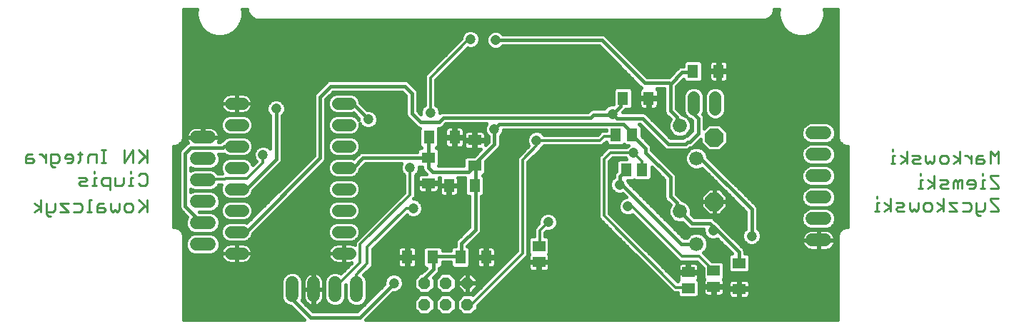
<source format=gbl>
G75*
%MOIN*%
%OFA0B0*%
%FSLAX25Y25*%
%IPPOS*%
%LPD*%
%AMOC8*
5,1,8,0,0,1.08239X$1,22.5*
%
%ADD10C,0.01100*%
%ADD11R,0.06299X0.05118*%
%ADD12R,0.05118X0.06299*%
%ADD13C,0.06600*%
%ADD14OC8,0.08500*%
%ADD15OC8,0.05600*%
%ADD16C,0.06000*%
%ADD17C,0.05600*%
%ADD18R,0.05906X0.05118*%
%ADD19R,0.05118X0.05906*%
%ADD20C,0.05543*%
%ADD21C,0.01600*%
%ADD22C,0.04750*%
%ADD23C,0.01200*%
D10*
X0059843Y0056335D02*
X0060827Y0055351D01*
X0061811Y0055351D01*
X0062795Y0057319D02*
X0059843Y0057319D01*
X0059843Y0056335D02*
X0059843Y0061256D01*
X0057334Y0063224D02*
X0057334Y0057319D01*
X0057334Y0059287D02*
X0054381Y0061256D01*
X0057334Y0059287D02*
X0054381Y0057319D01*
X0062795Y0057319D02*
X0063779Y0058303D01*
X0063779Y0061256D01*
X0066288Y0061256D02*
X0070225Y0057319D01*
X0066288Y0057319D01*
X0072734Y0057319D02*
X0075686Y0057319D01*
X0076670Y0058303D01*
X0076670Y0060272D01*
X0075686Y0061256D01*
X0072734Y0061256D01*
X0070225Y0061256D02*
X0066288Y0061256D01*
X0078999Y0057319D02*
X0080967Y0057319D01*
X0079983Y0057319D02*
X0079983Y0063224D01*
X0080967Y0063224D01*
X0083476Y0060272D02*
X0084460Y0061256D01*
X0086429Y0061256D01*
X0083476Y0060272D02*
X0083476Y0057319D01*
X0086429Y0057319D01*
X0087413Y0058303D01*
X0086429Y0059287D01*
X0083476Y0059287D01*
X0089922Y0058303D02*
X0090906Y0057319D01*
X0091890Y0058303D01*
X0092874Y0057319D01*
X0093858Y0058303D01*
X0093858Y0061256D01*
X0096367Y0060272D02*
X0097351Y0061256D01*
X0099320Y0061256D01*
X0100304Y0060272D01*
X0100304Y0058303D01*
X0099320Y0057319D01*
X0097351Y0057319D01*
X0096367Y0058303D01*
X0096367Y0060272D01*
X0089922Y0061256D02*
X0089922Y0058303D01*
X0102813Y0057319D02*
X0105765Y0060272D01*
X0106749Y0059287D02*
X0102813Y0063224D01*
X0106749Y0063224D02*
X0106749Y0057319D01*
X0089561Y0067634D02*
X0089561Y0073539D01*
X0086609Y0073539D01*
X0085625Y0072555D01*
X0085625Y0070587D01*
X0086609Y0069602D01*
X0089561Y0069602D01*
X0092070Y0069602D02*
X0092070Y0073539D01*
X0096007Y0073539D02*
X0096007Y0070587D01*
X0095023Y0069602D01*
X0092070Y0069602D01*
X0098335Y0069602D02*
X0100304Y0069602D01*
X0099320Y0069602D02*
X0099320Y0073539D01*
X0100304Y0073539D01*
X0099320Y0075508D02*
X0099320Y0076492D01*
X0102813Y0074523D02*
X0103797Y0075508D01*
X0105765Y0075508D01*
X0106749Y0074523D01*
X0106749Y0070587D01*
X0105765Y0069602D01*
X0103797Y0069602D01*
X0102813Y0070587D01*
X0083116Y0069602D02*
X0081147Y0069602D01*
X0082132Y0069602D02*
X0082132Y0073539D01*
X0083116Y0073539D01*
X0082132Y0075508D02*
X0082132Y0076492D01*
X0083116Y0080390D02*
X0083116Y0084327D01*
X0080163Y0084327D01*
X0079179Y0083342D01*
X0079179Y0080390D01*
X0075686Y0081374D02*
X0074702Y0080390D01*
X0075686Y0081374D02*
X0075686Y0085311D01*
X0076670Y0084327D02*
X0074702Y0084327D01*
X0072373Y0083342D02*
X0071389Y0084327D01*
X0069421Y0084327D01*
X0068437Y0083342D01*
X0068437Y0082358D01*
X0072373Y0082358D01*
X0072373Y0081374D02*
X0072373Y0083342D01*
X0072373Y0081374D02*
X0071389Y0080390D01*
X0069421Y0080390D01*
X0065928Y0081374D02*
X0064944Y0080390D01*
X0061991Y0080390D01*
X0061991Y0079406D02*
X0061991Y0084327D01*
X0064944Y0084327D01*
X0065928Y0083342D01*
X0065928Y0081374D01*
X0062975Y0078422D02*
X0061991Y0079406D01*
X0062975Y0078422D02*
X0063959Y0078422D01*
X0059482Y0080390D02*
X0059482Y0084327D01*
X0057514Y0084327D02*
X0056530Y0084327D01*
X0057514Y0084327D02*
X0059482Y0082358D01*
X0054111Y0081374D02*
X0053127Y0080390D01*
X0050174Y0080390D01*
X0050174Y0083342D01*
X0051158Y0084327D01*
X0053127Y0084327D01*
X0053127Y0082358D02*
X0050174Y0082358D01*
X0053127Y0082358D02*
X0054111Y0081374D01*
X0074882Y0073539D02*
X0077835Y0073539D01*
X0078819Y0072555D01*
X0077835Y0071571D01*
X0075866Y0071571D01*
X0074882Y0070587D01*
X0075866Y0069602D01*
X0078819Y0069602D01*
X0085444Y0080390D02*
X0087413Y0080390D01*
X0086429Y0080390D02*
X0086429Y0086295D01*
X0087413Y0086295D02*
X0085444Y0086295D01*
X0096367Y0086295D02*
X0096367Y0080390D01*
X0100304Y0086295D01*
X0100304Y0080390D01*
X0102813Y0080390D02*
X0105765Y0083342D01*
X0106749Y0082358D02*
X0102813Y0086295D01*
X0106749Y0086295D02*
X0106749Y0080390D01*
X0446558Y0057870D02*
X0448526Y0057870D01*
X0447542Y0057870D02*
X0447542Y0061807D01*
X0448526Y0061807D01*
X0447542Y0063775D02*
X0447542Y0064759D01*
X0450945Y0061807D02*
X0453897Y0059839D01*
X0450945Y0057870D01*
X0453897Y0057870D02*
X0453897Y0063775D01*
X0456406Y0061807D02*
X0459359Y0061807D01*
X0460343Y0060823D01*
X0459359Y0059839D01*
X0457390Y0059839D01*
X0456406Y0058854D01*
X0457390Y0057870D01*
X0460343Y0057870D01*
X0462852Y0058854D02*
X0462852Y0061807D01*
X0466788Y0061807D02*
X0466788Y0058854D01*
X0465804Y0057870D01*
X0464820Y0058854D01*
X0463836Y0057870D01*
X0462852Y0058854D01*
X0469297Y0058854D02*
X0469297Y0060823D01*
X0470281Y0061807D01*
X0472250Y0061807D01*
X0473234Y0060823D01*
X0473234Y0058854D01*
X0472250Y0057870D01*
X0470281Y0057870D01*
X0469297Y0058854D01*
X0475652Y0057870D02*
X0478605Y0059839D01*
X0475652Y0061807D01*
X0478605Y0063775D02*
X0478605Y0057870D01*
X0481114Y0057870D02*
X0485051Y0057870D01*
X0481114Y0061807D01*
X0485051Y0061807D01*
X0487559Y0061807D02*
X0490512Y0061807D01*
X0491496Y0060823D01*
X0491496Y0058854D01*
X0490512Y0057870D01*
X0487559Y0057870D01*
X0494005Y0057870D02*
X0496957Y0057870D01*
X0497942Y0058854D01*
X0497942Y0061807D01*
X0500450Y0062791D02*
X0504387Y0058854D01*
X0504387Y0057870D01*
X0500450Y0057870D01*
X0494989Y0055902D02*
X0494005Y0056886D01*
X0494005Y0061807D01*
X0500450Y0062791D02*
X0500450Y0063775D01*
X0504387Y0063775D01*
X0504387Y0068500D02*
X0500450Y0068500D01*
X0497942Y0068500D02*
X0495973Y0068500D01*
X0496957Y0068500D02*
X0496957Y0072437D01*
X0497942Y0072437D01*
X0500450Y0073421D02*
X0504387Y0069484D01*
X0504387Y0068500D01*
X0493645Y0069484D02*
X0493645Y0071453D01*
X0492660Y0072437D01*
X0490692Y0072437D01*
X0489708Y0071453D01*
X0489708Y0070468D01*
X0493645Y0070468D01*
X0493645Y0069484D02*
X0492660Y0068500D01*
X0490692Y0068500D01*
X0487199Y0068500D02*
X0487199Y0072437D01*
X0486215Y0072437D01*
X0485231Y0071453D01*
X0484246Y0072437D01*
X0483262Y0071453D01*
X0483262Y0068500D01*
X0485231Y0068500D02*
X0485231Y0071453D01*
X0480754Y0071453D02*
X0479769Y0070468D01*
X0477801Y0070468D01*
X0476817Y0069484D01*
X0477801Y0068500D01*
X0480754Y0068500D01*
X0474308Y0068500D02*
X0474308Y0074405D01*
X0467953Y0074405D02*
X0467953Y0075389D01*
X0467953Y0072437D02*
X0467953Y0068500D01*
X0468937Y0068500D02*
X0466968Y0068500D01*
X0471355Y0068500D02*
X0474308Y0070468D01*
X0471355Y0072437D01*
X0468937Y0072437D02*
X0467953Y0072437D01*
X0476817Y0072437D02*
X0479769Y0072437D01*
X0480754Y0071453D01*
X0496957Y0074405D02*
X0496957Y0075389D01*
X0500450Y0074405D02*
X0500450Y0073421D01*
X0500450Y0074405D02*
X0504387Y0074405D01*
X0504387Y0079945D02*
X0504387Y0085850D01*
X0502419Y0083882D01*
X0500450Y0085850D01*
X0500450Y0079945D01*
X0497942Y0080929D02*
X0496957Y0081913D01*
X0494005Y0081913D01*
X0494005Y0082898D02*
X0494005Y0079945D01*
X0496957Y0079945D01*
X0497942Y0080929D01*
X0496957Y0083882D02*
X0494989Y0083882D01*
X0494005Y0082898D01*
X0491496Y0083882D02*
X0491496Y0079945D01*
X0491496Y0081913D02*
X0489528Y0083882D01*
X0488543Y0083882D01*
X0486125Y0081913D02*
X0483172Y0083882D01*
X0480754Y0082898D02*
X0480754Y0080929D01*
X0479769Y0079945D01*
X0477801Y0079945D01*
X0476817Y0080929D01*
X0476817Y0082898D01*
X0477801Y0083882D01*
X0479769Y0083882D01*
X0480754Y0082898D01*
X0483172Y0079945D02*
X0486125Y0081913D01*
X0486125Y0079945D02*
X0486125Y0085850D01*
X0474308Y0083882D02*
X0474308Y0080929D01*
X0473324Y0079945D01*
X0472340Y0080929D01*
X0471355Y0079945D01*
X0470371Y0080929D01*
X0470371Y0083882D01*
X0467863Y0082898D02*
X0466878Y0081913D01*
X0464910Y0081913D01*
X0463926Y0080929D01*
X0464910Y0079945D01*
X0467863Y0079945D01*
X0461417Y0079945D02*
X0461417Y0085850D01*
X0455062Y0085850D02*
X0455062Y0086834D01*
X0455062Y0083882D02*
X0455062Y0079945D01*
X0456046Y0079945D02*
X0454077Y0079945D01*
X0458465Y0079945D02*
X0461417Y0081913D01*
X0458465Y0083882D01*
X0456046Y0083882D02*
X0455062Y0083882D01*
X0463926Y0083882D02*
X0466878Y0083882D01*
X0467863Y0082898D01*
X0494989Y0055902D02*
X0495973Y0055902D01*
D11*
X0383244Y0033517D03*
X0383244Y0021517D03*
X0238154Y0070875D03*
X0259846Y0078974D03*
X0238154Y0082875D03*
X0259846Y0090974D03*
D12*
X0250417Y0092320D03*
X0238417Y0092320D03*
X0247768Y0069738D03*
X0259768Y0069738D03*
X0265118Y0036360D03*
X0253118Y0036360D03*
X0240280Y0036348D03*
X0228280Y0036348D03*
X0329055Y0110470D03*
X0341055Y0110470D03*
X0361693Y0123108D03*
X0373693Y0123108D03*
D13*
X0355579Y0097619D03*
X0363272Y0082509D03*
X0355579Y0057619D03*
X0363272Y0042509D03*
D14*
X0371630Y0062202D03*
X0371630Y0092202D03*
D15*
X0256394Y0024167D03*
X0246394Y0024167D03*
X0236394Y0024167D03*
X0236394Y0014167D03*
X0246394Y0014167D03*
X0256394Y0014167D03*
D16*
X0204583Y0018336D02*
X0204583Y0024336D01*
X0194583Y0024336D02*
X0194583Y0018336D01*
X0184583Y0018336D02*
X0184583Y0024336D01*
X0174583Y0024336D02*
X0174583Y0018336D01*
X0135890Y0042360D02*
X0129890Y0042360D01*
X0129890Y0052360D02*
X0135890Y0052360D01*
X0135890Y0062360D02*
X0129890Y0062360D01*
X0129890Y0072360D02*
X0135890Y0072360D01*
X0135890Y0082360D02*
X0129890Y0082360D01*
X0129890Y0092360D02*
X0135890Y0092360D01*
X0417291Y0094328D02*
X0423291Y0094328D01*
X0423291Y0084328D02*
X0417291Y0084328D01*
X0417291Y0074328D02*
X0423291Y0074328D01*
X0423291Y0064328D02*
X0417291Y0064328D01*
X0417291Y0054328D02*
X0423291Y0054328D01*
X0423291Y0044328D02*
X0417291Y0044328D01*
D17*
X0372047Y0105335D02*
X0372047Y0110935D01*
X0362047Y0110935D02*
X0362047Y0105335D01*
D18*
X0289780Y0041533D03*
X0289780Y0034052D03*
X0359504Y0029328D03*
X0371394Y0029958D03*
X0371394Y0022478D03*
X0359504Y0021848D03*
D19*
X0337969Y0077123D03*
X0330488Y0077123D03*
X0333201Y0093513D03*
X0325720Y0093513D03*
D20*
X0201465Y0098100D02*
X0195921Y0098100D01*
X0195921Y0108100D02*
X0201465Y0108100D01*
X0151465Y0108100D02*
X0145921Y0108100D01*
X0145921Y0098100D02*
X0151465Y0098100D01*
X0151465Y0088100D02*
X0145921Y0088100D01*
X0145921Y0078100D02*
X0151465Y0078100D01*
X0151465Y0068100D02*
X0145921Y0068100D01*
X0145921Y0058100D02*
X0151465Y0058100D01*
X0151465Y0048100D02*
X0145921Y0048100D01*
X0145921Y0038100D02*
X0151465Y0038100D01*
X0195921Y0038100D02*
X0201465Y0038100D01*
X0201465Y0048100D02*
X0195921Y0048100D01*
X0195921Y0058100D02*
X0201465Y0058100D01*
X0201465Y0068100D02*
X0195921Y0068100D01*
X0195921Y0078100D02*
X0201465Y0078100D01*
X0201465Y0088100D02*
X0195921Y0088100D01*
D21*
X0123910Y0046661D02*
X0123910Y0007199D01*
X0180142Y0007199D01*
X0174005Y0013336D01*
X0173588Y0013336D01*
X0171750Y0014097D01*
X0170344Y0015504D01*
X0169583Y0017341D01*
X0169583Y0025331D01*
X0170344Y0027168D01*
X0171750Y0028575D01*
X0173588Y0029336D01*
X0175577Y0029336D01*
X0177415Y0028575D01*
X0178821Y0027168D01*
X0179583Y0025331D01*
X0179583Y0017341D01*
X0179095Y0016165D01*
X0184250Y0011010D01*
X0204931Y0011010D01*
X0217716Y0023795D01*
X0217716Y0025080D01*
X0218382Y0026688D01*
X0219612Y0027919D01*
X0221220Y0028585D01*
X0222961Y0028585D01*
X0224569Y0027919D01*
X0225799Y0026688D01*
X0226465Y0025080D01*
X0226465Y0023340D01*
X0225799Y0021732D01*
X0224569Y0020501D01*
X0222961Y0019835D01*
X0221676Y0019835D01*
X0209039Y0007199D01*
X0429271Y0007199D01*
X0429271Y0046661D01*
X0430002Y0048425D01*
X0431352Y0049775D01*
X0433116Y0050506D01*
X0434071Y0050506D01*
X0434071Y0088150D01*
X0433116Y0088150D01*
X0431352Y0088881D01*
X0430002Y0090231D01*
X0429271Y0091995D01*
X0429271Y0152005D01*
X0422973Y0152005D01*
X0423123Y0151446D01*
X0423123Y0148627D01*
X0422393Y0145905D01*
X0420984Y0143463D01*
X0418991Y0141470D01*
X0416549Y0140061D01*
X0413827Y0139331D01*
X0411008Y0139331D01*
X0408285Y0140061D01*
X0405844Y0141470D01*
X0403851Y0143463D01*
X0402441Y0145905D01*
X0401712Y0148627D01*
X0401712Y0151446D01*
X0401862Y0152005D01*
X0399501Y0152005D01*
X0399501Y0151050D01*
X0398770Y0149286D01*
X0397420Y0147936D01*
X0395656Y0147205D01*
X0157526Y0147205D01*
X0155761Y0147936D01*
X0154411Y0149286D01*
X0153680Y0151050D01*
X0153680Y0152005D01*
X0151319Y0152005D01*
X0151469Y0151446D01*
X0151469Y0148627D01*
X0150740Y0145905D01*
X0149330Y0143463D01*
X0147337Y0141470D01*
X0144896Y0140061D01*
X0142173Y0139331D01*
X0139354Y0139331D01*
X0136632Y0140061D01*
X0134190Y0141470D01*
X0132197Y0143463D01*
X0130788Y0145905D01*
X0130058Y0148627D01*
X0130058Y0151446D01*
X0130208Y0152005D01*
X0123910Y0152005D01*
X0123910Y0091995D01*
X0123179Y0090231D01*
X0121829Y0088881D01*
X0120065Y0088150D01*
X0119110Y0088150D01*
X0119110Y0050506D01*
X0120065Y0050506D01*
X0121829Y0049775D01*
X0123179Y0048425D01*
X0123910Y0046661D01*
X0123910Y0046180D02*
X0126639Y0046180D01*
X0127057Y0046598D02*
X0125651Y0045192D01*
X0124890Y0043354D01*
X0124890Y0041365D01*
X0125651Y0039527D01*
X0127057Y0038121D01*
X0128895Y0037360D01*
X0136884Y0037360D01*
X0138722Y0038121D01*
X0140129Y0039527D01*
X0140890Y0041365D01*
X0140890Y0043354D01*
X0140129Y0045192D01*
X0138722Y0046598D01*
X0136884Y0047360D01*
X0138722Y0048121D01*
X0140129Y0049527D01*
X0140890Y0051365D01*
X0140890Y0053354D01*
X0140129Y0055192D01*
X0138722Y0056598D01*
X0136884Y0057360D01*
X0138722Y0058121D01*
X0140129Y0059527D01*
X0140890Y0061365D01*
X0140890Y0063354D01*
X0140129Y0065192D01*
X0138722Y0066598D01*
X0136884Y0067360D01*
X0138722Y0068121D01*
X0140129Y0069527D01*
X0140370Y0070110D01*
X0141589Y0070110D01*
X0141150Y0069049D01*
X0141150Y0067151D01*
X0141876Y0065397D01*
X0143218Y0064055D01*
X0144972Y0063328D01*
X0152414Y0063328D01*
X0154167Y0064055D01*
X0155510Y0065397D01*
X0156236Y0067151D01*
X0156236Y0067396D01*
X0168677Y0079836D01*
X0169464Y0080624D01*
X0169891Y0081653D01*
X0169891Y0102248D01*
X0170799Y0103157D01*
X0171465Y0104765D01*
X0171465Y0106505D01*
X0170799Y0108113D01*
X0169569Y0109344D01*
X0167961Y0110010D01*
X0166220Y0110010D01*
X0164612Y0109344D01*
X0163382Y0108113D01*
X0162716Y0106505D01*
X0162716Y0104765D01*
X0163382Y0103157D01*
X0164291Y0102248D01*
X0164291Y0087043D01*
X0163502Y0087832D01*
X0161894Y0088498D01*
X0160153Y0088498D01*
X0158545Y0087832D01*
X0157315Y0086601D01*
X0156649Y0084994D01*
X0156649Y0083253D01*
X0157315Y0081645D01*
X0157897Y0081063D01*
X0156133Y0079299D01*
X0155510Y0080803D01*
X0154167Y0082145D01*
X0152414Y0082871D01*
X0144972Y0082871D01*
X0143218Y0082145D01*
X0141876Y0080803D01*
X0141150Y0079049D01*
X0141150Y0077151D01*
X0141876Y0075397D01*
X0141963Y0075310D01*
X0140010Y0075310D01*
X0138722Y0076598D01*
X0136884Y0077360D01*
X0138722Y0078121D01*
X0140129Y0079527D01*
X0140890Y0081365D01*
X0140890Y0083354D01*
X0140403Y0084528D01*
X0142745Y0084528D01*
X0143218Y0084055D01*
X0144972Y0083328D01*
X0152414Y0083328D01*
X0154167Y0084055D01*
X0155510Y0085397D01*
X0156236Y0087151D01*
X0156236Y0089049D01*
X0155510Y0090803D01*
X0154167Y0092145D01*
X0152414Y0092871D01*
X0144972Y0092871D01*
X0143218Y0092145D01*
X0141876Y0090803D01*
X0141811Y0090646D01*
X0141394Y0090473D01*
X0141049Y0090128D01*
X0140140Y0090128D01*
X0140338Y0090517D01*
X0140572Y0091236D01*
X0140690Y0091982D01*
X0140690Y0092160D01*
X0133090Y0092160D01*
X0133090Y0092560D01*
X0132690Y0092560D01*
X0132690Y0097160D01*
X0129512Y0097160D01*
X0128766Y0097041D01*
X0128047Y0096808D01*
X0127374Y0096465D01*
X0126763Y0096021D01*
X0126229Y0095487D01*
X0125784Y0094875D01*
X0125441Y0094202D01*
X0125208Y0093484D01*
X0125090Y0092737D01*
X0125090Y0092560D01*
X0132690Y0092560D01*
X0132690Y0092160D01*
X0125090Y0092160D01*
X0125090Y0091982D01*
X0125208Y0091236D01*
X0125441Y0090517D01*
X0125784Y0089844D01*
X0125814Y0089802D01*
X0125571Y0089702D01*
X0122217Y0086347D01*
X0121791Y0085318D01*
X0121791Y0059653D01*
X0122217Y0058624D01*
X0123004Y0057836D01*
X0123004Y0057836D01*
X0125650Y0055190D01*
X0124890Y0053354D01*
X0124890Y0051365D01*
X0125651Y0049527D01*
X0127057Y0048121D01*
X0128895Y0047360D01*
X0136884Y0047360D01*
X0128895Y0047360D01*
X0127057Y0046598D01*
X0127883Y0047779D02*
X0123447Y0047779D01*
X0122227Y0049377D02*
X0125801Y0049377D01*
X0125051Y0050976D02*
X0119110Y0050976D01*
X0119110Y0052574D02*
X0124890Y0052574D01*
X0125229Y0054173D02*
X0119110Y0054173D01*
X0119110Y0055771D02*
X0125069Y0055771D01*
X0123471Y0057370D02*
X0119110Y0057370D01*
X0119110Y0058968D02*
X0122074Y0058968D01*
X0121791Y0060567D02*
X0119110Y0060567D01*
X0119110Y0062165D02*
X0121791Y0062165D01*
X0121791Y0063764D02*
X0119110Y0063764D01*
X0119110Y0065362D02*
X0121791Y0065362D01*
X0121791Y0066961D02*
X0119110Y0066961D01*
X0119110Y0068559D02*
X0121791Y0068559D01*
X0121791Y0070158D02*
X0119110Y0070158D01*
X0119110Y0071756D02*
X0121791Y0071756D01*
X0121791Y0073355D02*
X0119110Y0073355D01*
X0119110Y0074953D02*
X0121791Y0074953D01*
X0121791Y0076552D02*
X0119110Y0076552D01*
X0119110Y0078150D02*
X0121791Y0078150D01*
X0121791Y0079749D02*
X0119110Y0079749D01*
X0119110Y0081347D02*
X0121791Y0081347D01*
X0121791Y0082946D02*
X0119110Y0082946D01*
X0119110Y0084544D02*
X0121791Y0084544D01*
X0122132Y0086143D02*
X0119110Y0086143D01*
X0119110Y0087741D02*
X0123611Y0087741D01*
X0122288Y0089340D02*
X0125210Y0089340D01*
X0125304Y0090939D02*
X0123472Y0090939D01*
X0123910Y0092537D02*
X0132690Y0092537D01*
X0133090Y0092537D02*
X0144165Y0092537D01*
X0144972Y0093328D02*
X0152414Y0093328D01*
X0154167Y0094055D01*
X0155510Y0095397D01*
X0156236Y0097151D01*
X0156236Y0099049D01*
X0155510Y0100803D01*
X0154167Y0102145D01*
X0152414Y0102871D01*
X0144972Y0102871D01*
X0143218Y0102145D01*
X0141876Y0100803D01*
X0141150Y0099049D01*
X0141150Y0097151D01*
X0141876Y0095397D01*
X0143218Y0094055D01*
X0144972Y0093328D01*
X0143137Y0094136D02*
X0140360Y0094136D01*
X0140338Y0094202D02*
X0139995Y0094875D01*
X0139551Y0095487D01*
X0139017Y0096021D01*
X0138405Y0096465D01*
X0137732Y0096808D01*
X0137014Y0097041D01*
X0136268Y0097160D01*
X0133090Y0097160D01*
X0133090Y0092560D01*
X0140690Y0092560D01*
X0140690Y0092737D01*
X0140572Y0093484D01*
X0140338Y0094202D01*
X0139303Y0095734D02*
X0141736Y0095734D01*
X0141150Y0097333D02*
X0123910Y0097333D01*
X0123910Y0098931D02*
X0141150Y0098931D01*
X0141763Y0100530D02*
X0123910Y0100530D01*
X0123910Y0102128D02*
X0143201Y0102128D01*
X0144166Y0103863D02*
X0144851Y0103641D01*
X0145561Y0103528D01*
X0148607Y0103528D01*
X0148607Y0108014D01*
X0141350Y0108014D01*
X0141350Y0107740D01*
X0141462Y0107029D01*
X0141685Y0106345D01*
X0142011Y0105704D01*
X0142434Y0105121D01*
X0142943Y0104613D01*
X0143525Y0104190D01*
X0144166Y0103863D01*
X0144586Y0103727D02*
X0123910Y0103727D01*
X0123910Y0105325D02*
X0142286Y0105325D01*
X0141496Y0106924D02*
X0123910Y0106924D01*
X0123910Y0108522D02*
X0141360Y0108522D01*
X0141350Y0108460D02*
X0141350Y0108186D01*
X0148607Y0108186D01*
X0148607Y0112671D01*
X0145561Y0112671D01*
X0144851Y0112559D01*
X0144166Y0112336D01*
X0143525Y0112010D01*
X0142943Y0111587D01*
X0142434Y0111078D01*
X0142011Y0110496D01*
X0141685Y0109855D01*
X0141462Y0109170D01*
X0141350Y0108460D01*
X0141820Y0110121D02*
X0123910Y0110121D01*
X0123910Y0111719D02*
X0143125Y0111719D01*
X0148607Y0111719D02*
X0148779Y0111719D01*
X0148779Y0112671D02*
X0148779Y0108186D01*
X0148607Y0108186D01*
X0148607Y0108014D01*
X0148779Y0108014D01*
X0148779Y0108186D01*
X0156036Y0108186D01*
X0156036Y0108460D01*
X0155924Y0109170D01*
X0155701Y0109855D01*
X0155375Y0110496D01*
X0154952Y0111078D01*
X0154443Y0111587D01*
X0153861Y0112010D01*
X0153219Y0112336D01*
X0152535Y0112559D01*
X0151824Y0112671D01*
X0148779Y0112671D01*
X0154261Y0111719D02*
X0184791Y0111719D01*
X0184791Y0111767D02*
X0184791Y0083870D01*
X0153388Y0052468D01*
X0152414Y0052871D01*
X0144972Y0052871D01*
X0143218Y0052145D01*
X0141876Y0050803D01*
X0141150Y0049049D01*
X0141150Y0047151D01*
X0141876Y0045397D01*
X0143218Y0044055D01*
X0144972Y0043328D01*
X0152414Y0043328D01*
X0154167Y0044055D01*
X0155510Y0045397D01*
X0156236Y0047151D01*
X0156236Y0047396D01*
X0189177Y0080336D01*
X0189964Y0081124D01*
X0190391Y0082153D01*
X0190391Y0110050D01*
X0193750Y0113410D01*
X0225950Y0113410D01*
X0227728Y0111633D01*
X0227728Y0102866D01*
X0228154Y0101836D01*
X0228941Y0101049D01*
X0233036Y0096954D01*
X0234065Y0096528D01*
X0234088Y0096528D01*
X0233858Y0096298D01*
X0233858Y0088342D01*
X0234766Y0087434D01*
X0234176Y0087434D01*
X0233004Y0086263D01*
X0233004Y0085510D01*
X0207034Y0085510D01*
X0206004Y0085084D01*
X0205217Y0084296D01*
X0203388Y0082468D01*
X0202414Y0082871D01*
X0194972Y0082871D01*
X0193218Y0082145D01*
X0191876Y0080803D01*
X0191150Y0079049D01*
X0191150Y0077151D01*
X0191876Y0075397D01*
X0193218Y0074055D01*
X0194972Y0073328D01*
X0202414Y0073328D01*
X0204167Y0074055D01*
X0205510Y0075397D01*
X0206236Y0077151D01*
X0206236Y0077396D01*
X0208750Y0079910D01*
X0225648Y0079910D01*
X0225216Y0078868D01*
X0225216Y0077127D01*
X0225882Y0075519D01*
X0226991Y0074410D01*
X0226991Y0066563D01*
X0204150Y0043722D01*
X0203754Y0042767D01*
X0203754Y0042064D01*
X0203219Y0042336D01*
X0202535Y0042559D01*
X0201824Y0042671D01*
X0198779Y0042671D01*
X0198779Y0038186D01*
X0198607Y0038186D01*
X0198607Y0042671D01*
X0195561Y0042671D01*
X0194851Y0042559D01*
X0194166Y0042336D01*
X0193525Y0042010D01*
X0192943Y0041587D01*
X0192434Y0041078D01*
X0192011Y0040496D01*
X0191685Y0039855D01*
X0191462Y0039170D01*
X0191350Y0038460D01*
X0191350Y0038186D01*
X0198607Y0038186D01*
X0198607Y0038014D01*
X0191350Y0038014D01*
X0191350Y0037740D01*
X0191462Y0037029D01*
X0191685Y0036345D01*
X0192011Y0035704D01*
X0192434Y0035121D01*
X0192943Y0034613D01*
X0193525Y0034190D01*
X0194166Y0033863D01*
X0194851Y0033641D01*
X0195561Y0033528D01*
X0198607Y0033528D01*
X0198607Y0038014D01*
X0198779Y0038014D01*
X0198779Y0033528D01*
X0201824Y0033528D01*
X0202402Y0033620D01*
X0197374Y0028592D01*
X0195577Y0029336D01*
X0193588Y0029336D01*
X0191750Y0028575D01*
X0190344Y0027168D01*
X0189583Y0025331D01*
X0189583Y0017341D01*
X0190344Y0015504D01*
X0191750Y0014097D01*
X0193588Y0013336D01*
X0195577Y0013336D01*
X0197415Y0014097D01*
X0198821Y0015504D01*
X0199583Y0017341D01*
X0200344Y0015504D01*
X0201750Y0014097D01*
X0203588Y0013336D01*
X0205577Y0013336D01*
X0207415Y0014097D01*
X0208821Y0015504D01*
X0209583Y0017341D01*
X0209583Y0025331D01*
X0208821Y0027168D01*
X0208031Y0027958D01*
X0211134Y0031061D01*
X0211134Y0031061D01*
X0211866Y0031792D01*
X0212261Y0032748D01*
X0212261Y0039905D01*
X0228265Y0055908D01*
X0228671Y0055501D01*
X0230279Y0054835D01*
X0232020Y0054835D01*
X0233628Y0055501D01*
X0234858Y0056732D01*
X0235524Y0058340D01*
X0235524Y0060080D01*
X0234858Y0061688D01*
X0233628Y0062919D01*
X0232020Y0063585D01*
X0231367Y0063585D01*
X0231834Y0064052D01*
X0232230Y0065008D01*
X0232230Y0066042D01*
X0232191Y0066137D01*
X0232191Y0074410D01*
X0233299Y0075519D01*
X0233965Y0077127D01*
X0233965Y0078526D01*
X0234176Y0078316D01*
X0235354Y0078316D01*
X0235354Y0077562D01*
X0235780Y0076533D01*
X0236567Y0075746D01*
X0237079Y0075234D01*
X0234767Y0075234D01*
X0234309Y0075112D01*
X0233899Y0074875D01*
X0233564Y0074540D01*
X0233327Y0074129D01*
X0233204Y0073671D01*
X0233204Y0071355D01*
X0237674Y0071355D01*
X0237674Y0070396D01*
X0233204Y0070396D01*
X0233204Y0068079D01*
X0233327Y0067621D01*
X0233564Y0067211D01*
X0233899Y0066876D01*
X0234309Y0066639D01*
X0234767Y0066516D01*
X0237674Y0066516D01*
X0237674Y0070396D01*
X0238633Y0070396D01*
X0238633Y0071355D01*
X0243103Y0071355D01*
X0243103Y0073378D01*
X0243477Y0073378D01*
X0243409Y0073124D01*
X0243409Y0070217D01*
X0247288Y0070217D01*
X0247288Y0069258D01*
X0243409Y0069258D01*
X0243409Y0066351D01*
X0243531Y0065893D01*
X0243768Y0065483D01*
X0244103Y0065148D01*
X0244514Y0064911D01*
X0244972Y0064788D01*
X0247288Y0064788D01*
X0247288Y0069258D01*
X0248247Y0069258D01*
X0248247Y0064788D01*
X0250564Y0064788D01*
X0251022Y0064911D01*
X0251432Y0065148D01*
X0251767Y0065483D01*
X0252004Y0065893D01*
X0252127Y0066351D01*
X0252127Y0069258D01*
X0248247Y0069258D01*
X0248247Y0070217D01*
X0252127Y0070217D01*
X0252127Y0073124D01*
X0252059Y0073378D01*
X0255209Y0073378D01*
X0255209Y0065759D01*
X0256380Y0064588D01*
X0257291Y0064588D01*
X0257291Y0050370D01*
X0252004Y0045084D01*
X0251217Y0044296D01*
X0250791Y0043267D01*
X0250791Y0041509D01*
X0249731Y0041509D01*
X0248559Y0040338D01*
X0248559Y0039510D01*
X0244839Y0039510D01*
X0244839Y0040326D01*
X0243667Y0041497D01*
X0236892Y0041497D01*
X0235720Y0040326D01*
X0235720Y0032370D01*
X0236892Y0031198D01*
X0237119Y0031198D01*
X0235004Y0029084D01*
X0234887Y0028967D01*
X0234405Y0028967D01*
X0231594Y0026155D01*
X0231594Y0022178D01*
X0234405Y0019367D01*
X0238382Y0019367D01*
X0241194Y0022178D01*
X0241194Y0026155D01*
X0240594Y0026754D01*
X0242964Y0029124D01*
X0243391Y0030153D01*
X0243391Y0031198D01*
X0243667Y0031198D01*
X0244839Y0032370D01*
X0244839Y0033910D01*
X0248559Y0033910D01*
X0248559Y0032382D01*
X0249731Y0031210D01*
X0256506Y0031210D01*
X0257677Y0032382D01*
X0257677Y0040338D01*
X0256506Y0041509D01*
X0256391Y0041509D01*
X0256391Y0041550D01*
X0262464Y0047624D01*
X0262891Y0048653D01*
X0262891Y0064588D01*
X0263155Y0064588D01*
X0264327Y0065759D01*
X0264327Y0073716D01*
X0263628Y0074415D01*
X0263824Y0074415D01*
X0264996Y0075586D01*
X0264996Y0081156D01*
X0270527Y0086687D01*
X0271315Y0087474D01*
X0271741Y0088503D01*
X0271741Y0092681D01*
X0272650Y0093590D01*
X0273316Y0095198D01*
X0273316Y0095725D01*
X0321161Y0095725D01*
X0321161Y0095310D01*
X0319573Y0095310D01*
X0318618Y0094914D01*
X0317183Y0093479D01*
X0292221Y0093479D01*
X0291112Y0094588D01*
X0289504Y0095254D01*
X0287764Y0095254D01*
X0286156Y0094588D01*
X0284925Y0093357D01*
X0284259Y0091749D01*
X0284259Y0090009D01*
X0284925Y0088401D01*
X0285015Y0088311D01*
X0279886Y0083183D01*
X0279491Y0082227D01*
X0279491Y0039287D01*
X0258776Y0018572D01*
X0258382Y0018967D01*
X0254405Y0018967D01*
X0251594Y0016155D01*
X0251594Y0012178D01*
X0254405Y0009367D01*
X0258382Y0009367D01*
X0261194Y0012178D01*
X0261194Y0013636D01*
X0283563Y0036006D01*
X0284295Y0036737D01*
X0284691Y0037693D01*
X0284691Y0080633D01*
X0290107Y0086049D01*
X0290838Y0086780D01*
X0290976Y0087114D01*
X0291112Y0087170D01*
X0292221Y0088279D01*
X0318777Y0088279D01*
X0319733Y0088675D01*
X0320464Y0089406D01*
X0321161Y0090104D01*
X0321161Y0089732D01*
X0322333Y0088560D01*
X0329108Y0088560D01*
X0329461Y0088913D01*
X0329813Y0088560D01*
X0331451Y0088560D01*
X0330700Y0087810D01*
X0322573Y0087810D01*
X0321618Y0087414D01*
X0320886Y0086683D01*
X0320886Y0086683D01*
X0317886Y0083683D01*
X0317491Y0082727D01*
X0317491Y0055193D01*
X0317886Y0054237D01*
X0318618Y0053506D01*
X0352118Y0020006D01*
X0353073Y0019610D01*
X0354551Y0019610D01*
X0354551Y0018460D01*
X0355723Y0017289D01*
X0363285Y0017289D01*
X0364457Y0018460D01*
X0364457Y0025235D01*
X0363945Y0025747D01*
X0364134Y0026074D01*
X0364257Y0026532D01*
X0364257Y0028849D01*
X0359984Y0028849D01*
X0359984Y0029808D01*
X0364257Y0029808D01*
X0364257Y0032124D01*
X0364134Y0032582D01*
X0363897Y0032992D01*
X0363562Y0033327D01*
X0363151Y0033564D01*
X0362694Y0033687D01*
X0359983Y0033687D01*
X0359983Y0029808D01*
X0359024Y0029808D01*
X0359024Y0033687D01*
X0356314Y0033687D01*
X0355856Y0033564D01*
X0355446Y0033327D01*
X0355111Y0032992D01*
X0354874Y0032582D01*
X0354751Y0032124D01*
X0354751Y0029808D01*
X0359024Y0029808D01*
X0359024Y0028849D01*
X0354751Y0028849D01*
X0354751Y0026532D01*
X0354874Y0026074D01*
X0355063Y0025747D01*
X0354551Y0025235D01*
X0354551Y0024926D01*
X0322691Y0056787D01*
X0322691Y0081133D01*
X0324167Y0082610D01*
X0330250Y0082610D01*
X0330311Y0082464D01*
X0330699Y0082076D01*
X0327101Y0082076D01*
X0325929Y0080905D01*
X0325929Y0076524D01*
X0325217Y0075812D01*
X0324791Y0074783D01*
X0324791Y0073770D01*
X0323724Y0072704D01*
X0323058Y0071096D01*
X0323058Y0069355D01*
X0323724Y0067748D01*
X0324955Y0066517D01*
X0326563Y0065851D01*
X0328303Y0065851D01*
X0328789Y0066052D01*
X0330492Y0064349D01*
X0330331Y0064349D01*
X0328723Y0063683D01*
X0327492Y0062452D01*
X0326826Y0060844D01*
X0326826Y0059104D01*
X0327492Y0057496D01*
X0328723Y0056265D01*
X0330331Y0055599D01*
X0332071Y0055599D01*
X0333452Y0056171D01*
X0355118Y0034506D01*
X0356073Y0034110D01*
X0363514Y0034110D01*
X0366441Y0031183D01*
X0366441Y0026571D01*
X0366953Y0026059D01*
X0366764Y0025732D01*
X0366641Y0025274D01*
X0366641Y0022957D01*
X0370914Y0022957D01*
X0370914Y0021998D01*
X0371873Y0021998D01*
X0371873Y0018119D01*
X0374583Y0018119D01*
X0375041Y0018241D01*
X0375452Y0018478D01*
X0375787Y0018813D01*
X0376024Y0019224D01*
X0376146Y0019682D01*
X0376146Y0021998D01*
X0371873Y0021998D01*
X0371873Y0022957D01*
X0376146Y0022957D01*
X0376146Y0025274D01*
X0376024Y0025732D01*
X0375835Y0026059D01*
X0376346Y0026571D01*
X0376346Y0033345D01*
X0375175Y0034517D01*
X0370460Y0034517D01*
X0366618Y0038360D01*
X0367765Y0039507D01*
X0368572Y0041455D01*
X0368572Y0043563D01*
X0367765Y0045511D01*
X0366274Y0047002D01*
X0364326Y0047809D01*
X0362217Y0047809D01*
X0360269Y0047002D01*
X0358779Y0045511D01*
X0358695Y0045309D01*
X0357451Y0045309D01*
X0331808Y0070952D01*
X0331808Y0071096D01*
X0331363Y0072171D01*
X0333876Y0072171D01*
X0334228Y0072523D01*
X0334581Y0072171D01*
X0341356Y0072171D01*
X0342528Y0073342D01*
X0342528Y0078313D01*
X0348291Y0072550D01*
X0348291Y0064153D01*
X0348717Y0063124D01*
X0351152Y0060688D01*
X0351086Y0060622D01*
X0350279Y0058674D01*
X0350279Y0056565D01*
X0351086Y0054617D01*
X0352577Y0053126D01*
X0354524Y0052319D01*
X0356633Y0052319D01*
X0356908Y0052433D01*
X0359504Y0049836D01*
X0360534Y0049410D01*
X0366716Y0049410D01*
X0366716Y0047840D01*
X0367382Y0046232D01*
X0368612Y0045001D01*
X0370220Y0044335D01*
X0371961Y0044335D01*
X0373053Y0044788D01*
X0379765Y0038076D01*
X0379266Y0038076D01*
X0378094Y0036905D01*
X0378094Y0030130D01*
X0379266Y0028958D01*
X0387222Y0028958D01*
X0388394Y0030130D01*
X0388394Y0036905D01*
X0387222Y0038076D01*
X0385891Y0038076D01*
X0385891Y0039267D01*
X0385464Y0040296D01*
X0374960Y0050800D01*
X0374799Y0051188D01*
X0373569Y0052419D01*
X0373181Y0052579D01*
X0371964Y0053796D01*
X0371177Y0054584D01*
X0370148Y0055010D01*
X0362250Y0055010D01*
X0360825Y0056435D01*
X0360879Y0056565D01*
X0360879Y0058674D01*
X0360072Y0060622D01*
X0358581Y0062113D01*
X0356633Y0062919D01*
X0356620Y0062919D01*
X0356464Y0063296D01*
X0355677Y0064084D01*
X0353891Y0065870D01*
X0353891Y0074267D01*
X0353464Y0075296D01*
X0352677Y0076084D01*
X0342391Y0086370D01*
X0342391Y0087680D01*
X0341964Y0088709D01*
X0337760Y0092914D01*
X0337760Y0097294D01*
X0336644Y0098410D01*
X0336931Y0098410D01*
X0348504Y0086836D01*
X0349534Y0086410D01*
X0358648Y0086410D01*
X0359677Y0086836D01*
X0360250Y0087410D01*
X0360648Y0087410D01*
X0361677Y0087836D01*
X0362464Y0088624D01*
X0365380Y0091540D01*
X0365380Y0089613D01*
X0369041Y0085952D01*
X0374219Y0085952D01*
X0377880Y0089613D01*
X0377880Y0094791D01*
X0374219Y0098452D01*
X0369041Y0098452D01*
X0366891Y0096302D01*
X0366891Y0101767D01*
X0366464Y0102796D01*
X0366271Y0102989D01*
X0366847Y0104380D01*
X0366847Y0111890D01*
X0366116Y0113654D01*
X0364766Y0115004D01*
X0363002Y0115735D01*
X0361092Y0115735D01*
X0359328Y0115004D01*
X0357978Y0113654D01*
X0357247Y0111890D01*
X0357247Y0104380D01*
X0357978Y0102616D01*
X0358411Y0102183D01*
X0356633Y0102919D01*
X0356620Y0102919D01*
X0356464Y0103296D01*
X0355677Y0104084D01*
X0353891Y0105870D01*
X0353891Y0116050D01*
X0357134Y0119293D01*
X0357134Y0119130D01*
X0358305Y0117958D01*
X0365080Y0117958D01*
X0366252Y0119130D01*
X0366252Y0127086D01*
X0365080Y0128257D01*
X0358305Y0128257D01*
X0357134Y0127086D01*
X0357134Y0125510D01*
X0356034Y0125510D01*
X0355004Y0125084D01*
X0350431Y0120510D01*
X0340250Y0120510D01*
X0320665Y0140095D01*
X0319636Y0140522D01*
X0272938Y0140522D01*
X0272029Y0141431D01*
X0270421Y0142097D01*
X0268681Y0142097D01*
X0267073Y0141431D01*
X0265842Y0140200D01*
X0265176Y0138592D01*
X0265176Y0136852D01*
X0265842Y0135244D01*
X0267073Y0134013D01*
X0268681Y0133347D01*
X0270421Y0133347D01*
X0272029Y0134013D01*
X0272938Y0134922D01*
X0317919Y0134922D01*
X0336717Y0116124D01*
X0337504Y0115336D01*
X0337717Y0115248D01*
X0337391Y0115060D01*
X0337056Y0114725D01*
X0336819Y0114314D01*
X0336696Y0113856D01*
X0336696Y0110949D01*
X0340576Y0110949D01*
X0340576Y0109990D01*
X0341535Y0109990D01*
X0341535Y0110949D01*
X0345414Y0110949D01*
X0345414Y0113856D01*
X0345291Y0114314D01*
X0345055Y0114725D01*
X0344869Y0114910D01*
X0348291Y0114910D01*
X0348291Y0104153D01*
X0348717Y0103124D01*
X0351152Y0100688D01*
X0351086Y0100622D01*
X0350279Y0098674D01*
X0350279Y0096565D01*
X0351086Y0094617D01*
X0352577Y0093126D01*
X0354524Y0092319D01*
X0356633Y0092319D01*
X0358581Y0093126D01*
X0360072Y0094617D01*
X0360879Y0096565D01*
X0360879Y0098674D01*
X0360072Y0100622D01*
X0359498Y0101196D01*
X0360603Y0100738D01*
X0361291Y0100050D01*
X0361291Y0095370D01*
X0358931Y0093010D01*
X0358534Y0093010D01*
X0357504Y0092584D01*
X0356931Y0092010D01*
X0351250Y0092010D01*
X0340464Y0102796D01*
X0339677Y0103584D01*
X0338648Y0104010D01*
X0328850Y0104010D01*
X0329358Y0104517D01*
X0330145Y0105305D01*
X0330152Y0105320D01*
X0332443Y0105320D01*
X0333614Y0106492D01*
X0333614Y0114448D01*
X0332443Y0115619D01*
X0325668Y0115619D01*
X0324496Y0114448D01*
X0324496Y0107585D01*
X0323220Y0107585D01*
X0321612Y0106919D01*
X0320382Y0105688D01*
X0320342Y0105593D01*
X0314734Y0105593D01*
X0313705Y0105166D01*
X0312714Y0104175D01*
X0244656Y0104175D01*
X0243627Y0103749D01*
X0243465Y0103588D01*
X0243465Y0104718D01*
X0242799Y0106326D01*
X0241691Y0107435D01*
X0241691Y0119133D01*
X0256501Y0133944D01*
X0256992Y0133741D01*
X0258732Y0133741D01*
X0260340Y0134407D01*
X0261571Y0135637D01*
X0262237Y0137245D01*
X0262237Y0138986D01*
X0261571Y0140594D01*
X0260340Y0141824D01*
X0258732Y0142490D01*
X0256992Y0142490D01*
X0255384Y0141824D01*
X0254153Y0140594D01*
X0253487Y0138986D01*
X0253487Y0138284D01*
X0236886Y0121683D01*
X0236491Y0120727D01*
X0236491Y0107435D01*
X0235382Y0106326D01*
X0234716Y0104718D01*
X0234716Y0103194D01*
X0233328Y0104582D01*
X0233328Y0113350D01*
X0232901Y0114379D01*
X0229484Y0117796D01*
X0228696Y0118584D01*
X0227667Y0119010D01*
X0192034Y0119010D01*
X0191004Y0118584D01*
X0190217Y0117796D01*
X0185217Y0112796D01*
X0184791Y0111767D01*
X0184791Y0110121D02*
X0155566Y0110121D01*
X0156026Y0108522D02*
X0163791Y0108522D01*
X0162889Y0106924D02*
X0155889Y0106924D01*
X0155924Y0107029D02*
X0156036Y0107740D01*
X0156036Y0108014D01*
X0148779Y0108014D01*
X0148779Y0103528D01*
X0151824Y0103528D01*
X0152535Y0103641D01*
X0153219Y0103863D01*
X0153861Y0104190D01*
X0154443Y0104613D01*
X0154952Y0105121D01*
X0155375Y0105704D01*
X0155701Y0106345D01*
X0155924Y0107029D01*
X0155100Y0105325D02*
X0162716Y0105325D01*
X0163146Y0103727D02*
X0152800Y0103727D01*
X0154184Y0102128D02*
X0164291Y0102128D01*
X0164291Y0100530D02*
X0155623Y0100530D01*
X0156236Y0098931D02*
X0164291Y0098931D01*
X0164291Y0097333D02*
X0156236Y0097333D01*
X0155649Y0095734D02*
X0164291Y0095734D01*
X0164291Y0094136D02*
X0154248Y0094136D01*
X0153221Y0092537D02*
X0164291Y0092537D01*
X0164291Y0090939D02*
X0155374Y0090939D01*
X0156116Y0089340D02*
X0164291Y0089340D01*
X0164291Y0087741D02*
X0163592Y0087741D01*
X0158455Y0087741D02*
X0156236Y0087741D01*
X0155819Y0086143D02*
X0157125Y0086143D01*
X0156649Y0084544D02*
X0154657Y0084544D01*
X0156776Y0082946D02*
X0140890Y0082946D01*
X0140882Y0081347D02*
X0142421Y0081347D01*
X0141440Y0079749D02*
X0140220Y0079749D01*
X0141150Y0078150D02*
X0138752Y0078150D01*
X0138768Y0076552D02*
X0141398Y0076552D01*
X0136884Y0077360D02*
X0128895Y0077360D01*
X0127391Y0077983D01*
X0127391Y0076736D01*
X0128895Y0077360D01*
X0136884Y0077360D01*
X0154965Y0081347D02*
X0157613Y0081347D01*
X0156583Y0079749D02*
X0155946Y0079749D01*
X0165392Y0076552D02*
X0177473Y0076552D01*
X0179071Y0078150D02*
X0166991Y0078150D01*
X0168589Y0079749D02*
X0180670Y0079749D01*
X0182268Y0081347D02*
X0169764Y0081347D01*
X0169891Y0082946D02*
X0183867Y0082946D01*
X0184791Y0084544D02*
X0169891Y0084544D01*
X0169891Y0086143D02*
X0184791Y0086143D01*
X0184791Y0087741D02*
X0169891Y0087741D01*
X0169891Y0089340D02*
X0184791Y0089340D01*
X0184791Y0090939D02*
X0169891Y0090939D01*
X0169891Y0092537D02*
X0184791Y0092537D01*
X0184791Y0094136D02*
X0169891Y0094136D01*
X0169891Y0095734D02*
X0184791Y0095734D01*
X0184791Y0097333D02*
X0169891Y0097333D01*
X0169891Y0098931D02*
X0184791Y0098931D01*
X0184791Y0100530D02*
X0169891Y0100530D01*
X0169891Y0102128D02*
X0184791Y0102128D01*
X0184791Y0103727D02*
X0171035Y0103727D01*
X0171465Y0105325D02*
X0184791Y0105325D01*
X0184791Y0106924D02*
X0171292Y0106924D01*
X0170390Y0108522D02*
X0184791Y0108522D01*
X0190391Y0108522D02*
X0191150Y0108522D01*
X0191150Y0109049D02*
X0191150Y0107151D01*
X0191876Y0105397D01*
X0193218Y0104055D01*
X0194972Y0103328D01*
X0202414Y0103328D01*
X0203191Y0103650D01*
X0205716Y0101125D01*
X0205716Y0100305D01*
X0205510Y0100803D01*
X0204167Y0102145D01*
X0202414Y0102871D01*
X0194972Y0102871D01*
X0193218Y0102145D01*
X0191876Y0100803D01*
X0191150Y0099049D01*
X0191150Y0097151D01*
X0191876Y0095397D01*
X0193218Y0094055D01*
X0194972Y0093328D01*
X0202414Y0093328D01*
X0204167Y0094055D01*
X0205510Y0095397D01*
X0206236Y0097151D01*
X0206236Y0098583D01*
X0206382Y0098232D01*
X0207612Y0097001D01*
X0209220Y0096335D01*
X0210961Y0096335D01*
X0212569Y0097001D01*
X0213799Y0098232D01*
X0214465Y0099840D01*
X0214465Y0101580D01*
X0213799Y0103188D01*
X0212569Y0104419D01*
X0210961Y0105085D01*
X0209676Y0105085D01*
X0206236Y0108524D01*
X0206236Y0109049D01*
X0205510Y0110803D01*
X0204167Y0112145D01*
X0202414Y0112871D01*
X0194972Y0112871D01*
X0193218Y0112145D01*
X0191876Y0110803D01*
X0191150Y0109049D01*
X0191594Y0110121D02*
X0190461Y0110121D01*
X0192060Y0111719D02*
X0192793Y0111719D01*
X0193658Y0113318D02*
X0226043Y0113318D01*
X0227641Y0111719D02*
X0204593Y0111719D01*
X0205792Y0110121D02*
X0227728Y0110121D01*
X0227728Y0108522D02*
X0206238Y0108522D01*
X0207837Y0106924D02*
X0227728Y0106924D01*
X0227728Y0105325D02*
X0209435Y0105325D01*
X0213261Y0103727D02*
X0227728Y0103727D01*
X0228033Y0102128D02*
X0214238Y0102128D01*
X0214465Y0100530D02*
X0229461Y0100530D01*
X0231059Y0098931D02*
X0214089Y0098931D01*
X0212900Y0097333D02*
X0232658Y0097333D01*
X0233858Y0095734D02*
X0205649Y0095734D01*
X0206236Y0097333D02*
X0207281Y0097333D01*
X0205716Y0100530D02*
X0205623Y0100530D01*
X0204713Y0102128D02*
X0204184Y0102128D01*
X0203091Y0107710D02*
X0210091Y0100710D01*
X0194010Y0103727D02*
X0190391Y0103727D01*
X0190391Y0105325D02*
X0191948Y0105325D01*
X0191244Y0106924D02*
X0190391Y0106924D01*
X0198693Y0108100D02*
X0199091Y0107710D01*
X0203091Y0107710D01*
X0192591Y0116210D02*
X0187591Y0111210D01*
X0187591Y0082710D01*
X0153091Y0048210D01*
X0149091Y0048210D01*
X0148693Y0048100D01*
X0142049Y0050976D02*
X0140729Y0050976D01*
X0140890Y0052574D02*
X0144255Y0052574D01*
X0144972Y0053328D02*
X0143218Y0054055D01*
X0141876Y0055397D01*
X0141150Y0057151D01*
X0141150Y0059049D01*
X0141876Y0060803D01*
X0143218Y0062145D01*
X0144972Y0062871D01*
X0152414Y0062871D01*
X0154167Y0062145D01*
X0155510Y0060803D01*
X0156236Y0059049D01*
X0156236Y0057151D01*
X0155510Y0055397D01*
X0154167Y0054055D01*
X0152414Y0053328D01*
X0144972Y0053328D01*
X0143100Y0054173D02*
X0140551Y0054173D01*
X0139549Y0055771D02*
X0141721Y0055771D01*
X0141150Y0057370D02*
X0136909Y0057370D01*
X0136884Y0057360D02*
X0131401Y0057360D01*
X0131401Y0057360D01*
X0136884Y0057360D01*
X0139570Y0058968D02*
X0141150Y0058968D01*
X0140559Y0060567D02*
X0141778Y0060567D01*
X0140890Y0062165D02*
X0143268Y0062165D01*
X0143920Y0063764D02*
X0140720Y0063764D01*
X0139958Y0065362D02*
X0141911Y0065362D01*
X0141228Y0066961D02*
X0137847Y0066961D01*
X0136884Y0067360D02*
X0128895Y0067360D01*
X0136884Y0067360D01*
X0139161Y0068559D02*
X0141150Y0068559D01*
X0148693Y0068100D02*
X0149091Y0068210D01*
X0153091Y0068210D01*
X0167091Y0082210D01*
X0167091Y0105635D01*
X0148779Y0105325D02*
X0148607Y0105325D01*
X0148607Y0103727D02*
X0148779Y0103727D01*
X0148779Y0106924D02*
X0148607Y0106924D01*
X0148607Y0108522D02*
X0148779Y0108522D01*
X0148779Y0110121D02*
X0148607Y0110121D01*
X0123910Y0113318D02*
X0185738Y0113318D01*
X0187337Y0114916D02*
X0123910Y0114916D01*
X0123910Y0116515D02*
X0188935Y0116515D01*
X0190217Y0117796D02*
X0190217Y0117796D01*
X0190534Y0118113D02*
X0123910Y0118113D01*
X0123910Y0119712D02*
X0236491Y0119712D01*
X0236491Y0118113D02*
X0229167Y0118113D01*
X0230765Y0116515D02*
X0236491Y0116515D01*
X0236491Y0114916D02*
X0232364Y0114916D01*
X0233328Y0113318D02*
X0236491Y0113318D01*
X0236491Y0111719D02*
X0233328Y0111719D01*
X0233328Y0110121D02*
X0236491Y0110121D01*
X0236491Y0108522D02*
X0233328Y0108522D01*
X0233328Y0106924D02*
X0235980Y0106924D01*
X0234967Y0105325D02*
X0233328Y0105325D01*
X0234183Y0103727D02*
X0234716Y0103727D01*
X0230528Y0103423D02*
X0230528Y0112793D01*
X0227110Y0116210D01*
X0192591Y0116210D01*
X0230528Y0103423D02*
X0234622Y0099328D01*
X0243165Y0099328D01*
X0245213Y0101375D01*
X0313874Y0101375D01*
X0315291Y0102793D01*
X0323835Y0102793D01*
X0324091Y0103210D01*
X0327772Y0106891D01*
X0327772Y0108698D01*
X0329055Y0110470D01*
X0324496Y0110121D02*
X0241691Y0110121D01*
X0241691Y0111719D02*
X0324496Y0111719D01*
X0324496Y0113318D02*
X0241691Y0113318D01*
X0241691Y0114916D02*
X0324964Y0114916D01*
X0333146Y0114916D02*
X0337247Y0114916D01*
X0336717Y0116124D02*
X0336717Y0116124D01*
X0336326Y0116515D02*
X0241691Y0116515D01*
X0241691Y0118113D02*
X0334728Y0118113D01*
X0333129Y0119712D02*
X0242269Y0119712D01*
X0243868Y0121310D02*
X0331530Y0121310D01*
X0329932Y0122909D02*
X0245466Y0122909D01*
X0247065Y0124507D02*
X0328333Y0124507D01*
X0326735Y0126106D02*
X0248663Y0126106D01*
X0250262Y0127704D02*
X0325136Y0127704D01*
X0323538Y0129303D02*
X0251860Y0129303D01*
X0253459Y0130901D02*
X0321939Y0130901D01*
X0320341Y0132500D02*
X0255057Y0132500D01*
X0259596Y0134098D02*
X0266988Y0134098D01*
X0265655Y0135697D02*
X0261596Y0135697D01*
X0262237Y0137295D02*
X0265176Y0137295D01*
X0265301Y0138894D02*
X0262237Y0138894D01*
X0261613Y0140492D02*
X0266135Y0140492D01*
X0268667Y0142091D02*
X0259697Y0142091D01*
X0256028Y0142091D02*
X0147958Y0142091D01*
X0149461Y0143689D02*
X0403720Y0143689D01*
X0402797Y0145288D02*
X0150384Y0145288D01*
X0151003Y0146886D02*
X0402178Y0146886D01*
X0401750Y0148485D02*
X0397969Y0148485D01*
X0399100Y0150083D02*
X0401712Y0150083D01*
X0401775Y0151682D02*
X0399501Y0151682D01*
X0422037Y0145288D02*
X0429271Y0145288D01*
X0429271Y0146886D02*
X0422656Y0146886D01*
X0423085Y0148485D02*
X0429271Y0148485D01*
X0429271Y0150083D02*
X0423123Y0150083D01*
X0423060Y0151682D02*
X0429271Y0151682D01*
X0429271Y0143689D02*
X0421114Y0143689D01*
X0419611Y0142091D02*
X0429271Y0142091D01*
X0429271Y0140492D02*
X0417297Y0140492D01*
X0407538Y0140492D02*
X0319707Y0140492D01*
X0321866Y0138894D02*
X0429271Y0138894D01*
X0429271Y0137295D02*
X0323465Y0137295D01*
X0325063Y0135697D02*
X0429271Y0135697D01*
X0429271Y0134098D02*
X0326662Y0134098D01*
X0328260Y0132500D02*
X0429271Y0132500D01*
X0429271Y0130901D02*
X0329859Y0130901D01*
X0331458Y0129303D02*
X0429271Y0129303D01*
X0429271Y0127704D02*
X0377346Y0127704D01*
X0377357Y0127698D02*
X0376947Y0127935D01*
X0376489Y0128057D01*
X0374172Y0128057D01*
X0374172Y0123587D01*
X0373213Y0123587D01*
X0373213Y0122628D01*
X0369334Y0122628D01*
X0369334Y0119721D01*
X0369457Y0119263D01*
X0369693Y0118853D01*
X0370029Y0118518D01*
X0370439Y0118281D01*
X0370897Y0118158D01*
X0373213Y0118158D01*
X0373213Y0122628D01*
X0374172Y0122628D01*
X0374172Y0118158D01*
X0376489Y0118158D01*
X0376947Y0118281D01*
X0377357Y0118518D01*
X0377692Y0118853D01*
X0377929Y0119263D01*
X0378052Y0119721D01*
X0378052Y0122628D01*
X0374173Y0122628D01*
X0374173Y0123587D01*
X0378052Y0123587D01*
X0378052Y0126494D01*
X0377929Y0126952D01*
X0377692Y0127362D01*
X0377357Y0127698D01*
X0378052Y0126106D02*
X0429271Y0126106D01*
X0429271Y0124507D02*
X0378052Y0124507D01*
X0374172Y0124507D02*
X0373213Y0124507D01*
X0373213Y0123587D02*
X0373213Y0128057D01*
X0370897Y0128057D01*
X0370439Y0127935D01*
X0370029Y0127698D01*
X0369693Y0127362D01*
X0369457Y0126952D01*
X0369334Y0126494D01*
X0369334Y0123587D01*
X0373213Y0123587D01*
X0373213Y0122909D02*
X0366252Y0122909D01*
X0366252Y0124507D02*
X0369334Y0124507D01*
X0369334Y0126106D02*
X0366252Y0126106D01*
X0365633Y0127704D02*
X0370040Y0127704D01*
X0373213Y0127704D02*
X0374172Y0127704D01*
X0374172Y0126106D02*
X0373213Y0126106D01*
X0374173Y0122909D02*
X0429271Y0122909D01*
X0429271Y0121310D02*
X0378052Y0121310D01*
X0378049Y0119712D02*
X0429271Y0119712D01*
X0429271Y0118113D02*
X0365236Y0118113D01*
X0366252Y0119712D02*
X0369336Y0119712D01*
X0369334Y0121310D02*
X0366252Y0121310D01*
X0361591Y0122710D02*
X0361693Y0123108D01*
X0361591Y0122710D02*
X0356591Y0122710D01*
X0351091Y0117210D01*
X0350591Y0117710D01*
X0339091Y0117710D01*
X0319079Y0137722D01*
X0269551Y0137722D01*
X0272115Y0134098D02*
X0318742Y0134098D01*
X0333056Y0127704D02*
X0357752Y0127704D01*
X0357134Y0126106D02*
X0334655Y0126106D01*
X0336253Y0124507D02*
X0354428Y0124507D01*
X0352830Y0122909D02*
X0337852Y0122909D01*
X0339450Y0121310D02*
X0351231Y0121310D01*
X0351091Y0117210D02*
X0351091Y0104710D01*
X0354091Y0101710D01*
X0354091Y0100710D01*
X0355091Y0099710D01*
X0355091Y0097710D01*
X0355579Y0097619D01*
X0360534Y0095734D02*
X0361291Y0095734D01*
X0361291Y0097333D02*
X0360879Y0097333D01*
X0360772Y0098931D02*
X0361291Y0098931D01*
X0360811Y0100530D02*
X0360110Y0100530D01*
X0362091Y0103210D02*
X0364091Y0101210D01*
X0364091Y0094210D01*
X0360091Y0090210D01*
X0359091Y0090210D01*
X0358091Y0089210D01*
X0350091Y0089210D01*
X0338091Y0101210D01*
X0326091Y0101210D01*
X0324091Y0103210D01*
X0321624Y0106924D02*
X0242202Y0106924D01*
X0241691Y0108522D02*
X0324496Y0108522D01*
X0332448Y0105325D02*
X0348291Y0105325D01*
X0348291Y0106924D02*
X0345371Y0106924D01*
X0345414Y0107083D02*
X0345414Y0109990D01*
X0341535Y0109990D01*
X0341535Y0105520D01*
X0343851Y0105520D01*
X0344309Y0105643D01*
X0344719Y0105880D01*
X0345055Y0106215D01*
X0345291Y0106625D01*
X0345414Y0107083D01*
X0345414Y0108522D02*
X0348291Y0108522D01*
X0348291Y0110121D02*
X0341535Y0110121D01*
X0340576Y0110121D02*
X0333614Y0110121D01*
X0333614Y0111719D02*
X0336696Y0111719D01*
X0336696Y0113318D02*
X0333614Y0113318D01*
X0336696Y0109990D02*
X0336696Y0107083D01*
X0336819Y0106625D01*
X0337056Y0106215D01*
X0337391Y0105880D01*
X0337801Y0105643D01*
X0338259Y0105520D01*
X0340576Y0105520D01*
X0340576Y0109990D01*
X0336696Y0109990D01*
X0336696Y0108522D02*
X0333614Y0108522D01*
X0333614Y0106924D02*
X0336739Y0106924D01*
X0340576Y0106924D02*
X0341535Y0106924D01*
X0341535Y0108522D02*
X0340576Y0108522D01*
X0345414Y0111719D02*
X0348291Y0111719D01*
X0348291Y0113318D02*
X0345414Y0113318D01*
X0353891Y0113318D02*
X0357839Y0113318D01*
X0357247Y0111719D02*
X0353891Y0111719D01*
X0353891Y0110121D02*
X0357247Y0110121D01*
X0357247Y0108522D02*
X0353891Y0108522D01*
X0353891Y0106924D02*
X0357247Y0106924D01*
X0357247Y0105325D02*
X0354435Y0105325D01*
X0356034Y0103727D02*
X0357518Y0103727D01*
X0362091Y0103210D02*
X0362091Y0107710D01*
X0362047Y0108135D01*
X0366847Y0108522D02*
X0367247Y0108522D01*
X0367247Y0106924D02*
X0366847Y0106924D01*
X0366847Y0105325D02*
X0367247Y0105325D01*
X0367247Y0104380D02*
X0367978Y0102616D01*
X0369328Y0101266D01*
X0371092Y0100535D01*
X0373002Y0100535D01*
X0374766Y0101266D01*
X0376116Y0102616D01*
X0376847Y0104380D01*
X0376847Y0111890D01*
X0376116Y0113654D01*
X0374766Y0115004D01*
X0373002Y0115735D01*
X0371092Y0115735D01*
X0369328Y0115004D01*
X0367978Y0113654D01*
X0367247Y0111890D01*
X0367247Y0104380D01*
X0367518Y0103727D02*
X0366576Y0103727D01*
X0366741Y0102128D02*
X0368466Y0102128D01*
X0366891Y0100530D02*
X0429271Y0100530D01*
X0429271Y0102128D02*
X0375628Y0102128D01*
X0376576Y0103727D02*
X0429271Y0103727D01*
X0429271Y0105325D02*
X0376847Y0105325D01*
X0376847Y0106924D02*
X0429271Y0106924D01*
X0429271Y0108522D02*
X0376847Y0108522D01*
X0376847Y0110121D02*
X0429271Y0110121D01*
X0429271Y0111719D02*
X0376847Y0111719D01*
X0376256Y0113318D02*
X0429271Y0113318D01*
X0429271Y0114916D02*
X0374854Y0114916D01*
X0369240Y0114916D02*
X0364854Y0114916D01*
X0366256Y0113318D02*
X0367839Y0113318D01*
X0367247Y0111719D02*
X0366847Y0111719D01*
X0366847Y0110121D02*
X0367247Y0110121D01*
X0359240Y0114916D02*
X0353891Y0114916D01*
X0354355Y0116515D02*
X0429271Y0116515D01*
X0429271Y0098931D02*
X0425244Y0098931D01*
X0426124Y0098567D02*
X0424286Y0099328D01*
X0416297Y0099328D01*
X0414459Y0098567D01*
X0413053Y0097160D01*
X0412291Y0095323D01*
X0412291Y0093334D01*
X0413053Y0091496D01*
X0414459Y0090089D01*
X0416297Y0089328D01*
X0424286Y0089328D01*
X0416297Y0089328D01*
X0414459Y0088567D01*
X0413053Y0087160D01*
X0412291Y0085323D01*
X0412291Y0083334D01*
X0413053Y0081496D01*
X0414459Y0080089D01*
X0416297Y0079328D01*
X0424286Y0079328D01*
X0416297Y0079328D01*
X0414459Y0078567D01*
X0413053Y0077160D01*
X0412291Y0075323D01*
X0412291Y0073334D01*
X0413053Y0071496D01*
X0414459Y0070089D01*
X0416297Y0069328D01*
X0424286Y0069328D01*
X0416297Y0069328D01*
X0414459Y0068567D01*
X0413053Y0067160D01*
X0412291Y0065323D01*
X0412291Y0063334D01*
X0413053Y0061496D01*
X0414459Y0060089D01*
X0416297Y0059328D01*
X0424286Y0059328D01*
X0416297Y0059328D01*
X0414459Y0058567D01*
X0413053Y0057160D01*
X0412291Y0055323D01*
X0412291Y0053334D01*
X0413053Y0051496D01*
X0414459Y0050089D01*
X0416297Y0049328D01*
X0424286Y0049328D01*
X0426124Y0050089D01*
X0427530Y0051496D01*
X0428291Y0053334D01*
X0428291Y0055323D01*
X0427530Y0057160D01*
X0426124Y0058567D01*
X0424286Y0059328D01*
X0426124Y0060089D01*
X0427530Y0061496D01*
X0428291Y0063334D01*
X0428291Y0065323D01*
X0427530Y0067160D01*
X0426124Y0068567D01*
X0424286Y0069328D01*
X0426124Y0070089D01*
X0427530Y0071496D01*
X0428291Y0073334D01*
X0428291Y0075323D01*
X0427530Y0077160D01*
X0426124Y0078567D01*
X0424286Y0079328D01*
X0426124Y0080089D01*
X0427530Y0081496D01*
X0428291Y0083334D01*
X0428291Y0085323D01*
X0427530Y0087160D01*
X0426124Y0088567D01*
X0424286Y0089328D01*
X0426124Y0090089D01*
X0427530Y0091496D01*
X0428291Y0093334D01*
X0428291Y0095323D01*
X0427530Y0097160D01*
X0426124Y0098567D01*
X0427358Y0097333D02*
X0429271Y0097333D01*
X0429271Y0095734D02*
X0428121Y0095734D01*
X0428291Y0094136D02*
X0429271Y0094136D01*
X0429271Y0092537D02*
X0427961Y0092537D01*
X0426973Y0090939D02*
X0429709Y0090939D01*
X0430893Y0089340D02*
X0424315Y0089340D01*
X0426949Y0087741D02*
X0434071Y0087741D01*
X0434071Y0086143D02*
X0427952Y0086143D01*
X0428291Y0084544D02*
X0434071Y0084544D01*
X0434071Y0082946D02*
X0428131Y0082946D01*
X0427382Y0081347D02*
X0434071Y0081347D01*
X0434071Y0079749D02*
X0425302Y0079749D01*
X0426540Y0078150D02*
X0434071Y0078150D01*
X0434071Y0076552D02*
X0427782Y0076552D01*
X0428291Y0074953D02*
X0434071Y0074953D01*
X0434071Y0073355D02*
X0428291Y0073355D01*
X0427638Y0071756D02*
X0434071Y0071756D01*
X0434071Y0070158D02*
X0426192Y0070158D01*
X0426131Y0068559D02*
X0434071Y0068559D01*
X0434071Y0066961D02*
X0427613Y0066961D01*
X0428275Y0065362D02*
X0434071Y0065362D01*
X0434071Y0063764D02*
X0428291Y0063764D01*
X0427807Y0062165D02*
X0434071Y0062165D01*
X0434071Y0060567D02*
X0426601Y0060567D01*
X0425154Y0058968D02*
X0434071Y0058968D01*
X0434071Y0057370D02*
X0427321Y0057370D01*
X0428106Y0055771D02*
X0434071Y0055771D01*
X0434071Y0054173D02*
X0428291Y0054173D01*
X0427977Y0052574D02*
X0434071Y0052574D01*
X0434071Y0050976D02*
X0427010Y0050976D01*
X0425807Y0048433D02*
X0425134Y0048776D01*
X0424415Y0049010D01*
X0423669Y0049128D01*
X0420491Y0049128D01*
X0420491Y0044528D01*
X0420091Y0044528D01*
X0420091Y0044128D01*
X0412491Y0044128D01*
X0412491Y0043950D01*
X0412610Y0043204D01*
X0412843Y0042486D01*
X0413186Y0041812D01*
X0413630Y0041201D01*
X0414164Y0040667D01*
X0414776Y0040223D01*
X0415449Y0039880D01*
X0416167Y0039646D01*
X0416914Y0039528D01*
X0420091Y0039528D01*
X0420091Y0044128D01*
X0420491Y0044128D01*
X0420491Y0039528D01*
X0423669Y0039528D01*
X0424415Y0039646D01*
X0425134Y0039880D01*
X0425807Y0040223D01*
X0426418Y0040667D01*
X0426953Y0041201D01*
X0427397Y0041812D01*
X0427740Y0042486D01*
X0427973Y0043204D01*
X0428091Y0043950D01*
X0428091Y0044128D01*
X0420491Y0044128D01*
X0420491Y0044528D01*
X0428091Y0044528D01*
X0428091Y0044706D01*
X0427973Y0045452D01*
X0427740Y0046171D01*
X0427397Y0046844D01*
X0426953Y0047455D01*
X0426418Y0047989D01*
X0425807Y0048433D01*
X0426629Y0047779D02*
X0429734Y0047779D01*
X0429271Y0046180D02*
X0427735Y0046180D01*
X0428091Y0044582D02*
X0429271Y0044582D01*
X0429271Y0042983D02*
X0427901Y0042983D01*
X0427086Y0041385D02*
X0429271Y0041385D01*
X0429271Y0039786D02*
X0424846Y0039786D01*
X0420491Y0039786D02*
X0420091Y0039786D01*
X0420091Y0041385D02*
X0420491Y0041385D01*
X0420491Y0042983D02*
X0420091Y0042983D01*
X0420091Y0044528D02*
X0412491Y0044528D01*
X0412491Y0044706D01*
X0412610Y0045452D01*
X0412843Y0046171D01*
X0413186Y0046844D01*
X0413630Y0047455D01*
X0414164Y0047989D01*
X0414776Y0048433D01*
X0415449Y0048776D01*
X0416167Y0049010D01*
X0416914Y0049128D01*
X0420091Y0049128D01*
X0420091Y0044528D01*
X0420091Y0044582D02*
X0420491Y0044582D01*
X0420491Y0046180D02*
X0420091Y0046180D01*
X0420091Y0047779D02*
X0420491Y0047779D01*
X0424405Y0049377D02*
X0430954Y0049377D01*
X0416178Y0049377D02*
X0392091Y0049377D01*
X0391891Y0049577D02*
X0391891Y0059267D01*
X0391464Y0060296D01*
X0368572Y0083189D01*
X0368572Y0083563D01*
X0367765Y0085511D01*
X0366274Y0087002D01*
X0364326Y0087809D01*
X0362217Y0087809D01*
X0360269Y0087002D01*
X0358779Y0085511D01*
X0357972Y0083563D01*
X0357972Y0081455D01*
X0358779Y0079507D01*
X0360269Y0078016D01*
X0362217Y0077209D01*
X0364326Y0077209D01*
X0365956Y0077884D01*
X0386291Y0057550D01*
X0386291Y0049577D01*
X0385382Y0048668D01*
X0384716Y0047060D01*
X0384716Y0045320D01*
X0385382Y0043712D01*
X0386612Y0042481D01*
X0388220Y0041815D01*
X0389961Y0041815D01*
X0391569Y0042481D01*
X0392799Y0043712D01*
X0393465Y0045320D01*
X0393465Y0047060D01*
X0392799Y0048668D01*
X0391891Y0049577D01*
X0391891Y0050976D02*
X0413573Y0050976D01*
X0412606Y0052574D02*
X0391891Y0052574D01*
X0391891Y0054173D02*
X0412291Y0054173D01*
X0412477Y0055771D02*
X0391891Y0055771D01*
X0391891Y0057370D02*
X0413262Y0057370D01*
X0415428Y0058968D02*
X0391891Y0058968D01*
X0391194Y0060567D02*
X0413982Y0060567D01*
X0412775Y0062165D02*
X0389595Y0062165D01*
X0387996Y0063764D02*
X0412291Y0063764D01*
X0412308Y0065362D02*
X0386398Y0065362D01*
X0384799Y0066961D02*
X0412970Y0066961D01*
X0414452Y0068559D02*
X0383201Y0068559D01*
X0381602Y0070158D02*
X0414390Y0070158D01*
X0412945Y0071756D02*
X0380004Y0071756D01*
X0378405Y0073355D02*
X0412291Y0073355D01*
X0412291Y0074953D02*
X0376807Y0074953D01*
X0375208Y0076552D02*
X0412801Y0076552D01*
X0414043Y0078150D02*
X0373610Y0078150D01*
X0372011Y0079749D02*
X0415281Y0079749D01*
X0413201Y0081347D02*
X0370413Y0081347D01*
X0368814Y0082946D02*
X0412452Y0082946D01*
X0412291Y0084544D02*
X0368165Y0084544D01*
X0368850Y0086143D02*
X0367133Y0086143D01*
X0367252Y0087741D02*
X0364489Y0087741D01*
X0365653Y0089340D02*
X0363180Y0089340D01*
X0362054Y0087741D02*
X0361448Y0087741D01*
X0359410Y0086143D02*
X0342617Y0086143D01*
X0342365Y0087741D02*
X0347599Y0087741D01*
X0346001Y0089340D02*
X0341334Y0089340D01*
X0339735Y0090939D02*
X0344402Y0090939D01*
X0342804Y0092537D02*
X0338137Y0092537D01*
X0337760Y0094136D02*
X0341205Y0094136D01*
X0339607Y0095734D02*
X0337760Y0095734D01*
X0337722Y0097333D02*
X0338008Y0097333D01*
X0342731Y0100530D02*
X0351048Y0100530D01*
X0350385Y0098931D02*
X0344329Y0098931D01*
X0345928Y0097333D02*
X0350279Y0097333D01*
X0350623Y0095734D02*
X0347526Y0095734D01*
X0349125Y0094136D02*
X0351567Y0094136D01*
X0350723Y0092537D02*
X0353999Y0092537D01*
X0357158Y0092537D02*
X0357458Y0092537D01*
X0359590Y0094136D02*
X0360056Y0094136D01*
X0364779Y0090939D02*
X0365380Y0090939D01*
X0376008Y0087741D02*
X0413634Y0087741D01*
X0412631Y0086143D02*
X0374410Y0086143D01*
X0377607Y0089340D02*
X0416268Y0089340D01*
X0413610Y0090939D02*
X0377880Y0090939D01*
X0377880Y0092537D02*
X0412621Y0092537D01*
X0412291Y0094136D02*
X0377880Y0094136D01*
X0376937Y0095734D02*
X0412462Y0095734D01*
X0413225Y0097333D02*
X0375338Y0097333D01*
X0367922Y0097333D02*
X0366891Y0097333D01*
X0366891Y0098931D02*
X0415338Y0098931D01*
X0389091Y0058710D02*
X0364591Y0083210D01*
X0363972Y0083210D01*
X0363272Y0082509D01*
X0358378Y0084544D02*
X0344216Y0084544D01*
X0345814Y0082946D02*
X0357972Y0082946D01*
X0358016Y0081347D02*
X0347413Y0081347D01*
X0349011Y0079749D02*
X0358678Y0079749D01*
X0360135Y0078150D02*
X0350610Y0078150D01*
X0352208Y0076552D02*
X0367289Y0076552D01*
X0368887Y0074953D02*
X0353606Y0074953D01*
X0353891Y0073355D02*
X0370486Y0073355D01*
X0372084Y0071756D02*
X0353891Y0071756D01*
X0353891Y0070158D02*
X0373683Y0070158D01*
X0374136Y0068252D02*
X0371830Y0068252D01*
X0371830Y0062402D01*
X0377680Y0062402D01*
X0377680Y0064708D01*
X0374136Y0068252D01*
X0375281Y0068559D02*
X0353891Y0068559D01*
X0353891Y0066961D02*
X0367833Y0066961D01*
X0369124Y0068252D02*
X0365580Y0064708D01*
X0365580Y0062402D01*
X0371430Y0062402D01*
X0371430Y0062002D01*
X0371830Y0062002D01*
X0371830Y0062402D01*
X0371430Y0062402D01*
X0371430Y0068252D01*
X0369124Y0068252D01*
X0371430Y0066961D02*
X0371830Y0066961D01*
X0371830Y0065362D02*
X0371430Y0065362D01*
X0371430Y0063764D02*
X0371830Y0063764D01*
X0371830Y0062165D02*
X0381675Y0062165D01*
X0380077Y0063764D02*
X0377680Y0063764D01*
X0377026Y0065362D02*
X0378478Y0065362D01*
X0376880Y0066961D02*
X0375427Y0066961D01*
X0366234Y0065362D02*
X0354398Y0065362D01*
X0355996Y0063764D02*
X0365580Y0063764D01*
X0365580Y0062002D02*
X0365580Y0059696D01*
X0369124Y0056152D01*
X0371430Y0056152D01*
X0371430Y0062002D01*
X0365580Y0062002D01*
X0365580Y0060567D02*
X0360095Y0060567D01*
X0360757Y0058968D02*
X0366308Y0058968D01*
X0367906Y0057370D02*
X0360879Y0057370D01*
X0361489Y0055771D02*
X0386291Y0055771D01*
X0386291Y0054173D02*
X0371588Y0054173D01*
X0371964Y0053796D02*
X0371964Y0053796D01*
X0373193Y0052574D02*
X0386291Y0052574D01*
X0386291Y0050976D02*
X0374887Y0050976D01*
X0376383Y0049377D02*
X0386091Y0049377D01*
X0385013Y0047779D02*
X0377982Y0047779D01*
X0379580Y0046180D02*
X0384716Y0046180D01*
X0385022Y0044582D02*
X0381179Y0044582D01*
X0382777Y0042983D02*
X0386111Y0042983D01*
X0384376Y0041385D02*
X0413497Y0041385D01*
X0412681Y0042983D02*
X0392070Y0042983D01*
X0393159Y0044582D02*
X0412491Y0044582D01*
X0412848Y0046180D02*
X0393465Y0046180D01*
X0393168Y0047779D02*
X0413954Y0047779D01*
X0415737Y0039786D02*
X0385675Y0039786D01*
X0385891Y0038188D02*
X0429271Y0038188D01*
X0429271Y0036589D02*
X0388394Y0036589D01*
X0388394Y0034991D02*
X0429271Y0034991D01*
X0429271Y0033392D02*
X0388394Y0033392D01*
X0388394Y0031794D02*
X0429271Y0031794D01*
X0429271Y0030195D02*
X0388394Y0030195D01*
X0383244Y0033517D02*
X0383091Y0033710D01*
X0383091Y0038710D01*
X0372091Y0049710D01*
X0371091Y0048710D01*
X0372091Y0049710D02*
X0369591Y0052210D01*
X0361091Y0052210D01*
X0356091Y0057210D01*
X0355579Y0057619D01*
X0355091Y0057710D01*
X0355091Y0059710D01*
X0354091Y0060710D01*
X0354091Y0061710D01*
X0351091Y0064710D01*
X0351091Y0073710D01*
X0339591Y0085210D01*
X0339591Y0087123D01*
X0333201Y0093513D01*
X0333201Y0094493D01*
X0329169Y0098525D01*
X0271161Y0098525D01*
X0268941Y0096304D01*
X0268941Y0096068D01*
X0268941Y0089060D01*
X0259591Y0079710D01*
X0259846Y0078974D01*
X0257051Y0076178D01*
X0240094Y0076178D01*
X0238154Y0078119D01*
X0238154Y0082875D01*
X0237591Y0082710D01*
X0207591Y0082710D01*
X0203091Y0078210D01*
X0199091Y0078210D01*
X0198693Y0078100D01*
X0191440Y0079749D02*
X0188589Y0079749D01*
X0189177Y0080336D02*
X0189177Y0080336D01*
X0190057Y0081347D02*
X0192421Y0081347D01*
X0190391Y0082946D02*
X0203867Y0082946D01*
X0204167Y0084055D02*
X0205510Y0085397D01*
X0206236Y0087151D01*
X0206236Y0089049D01*
X0205510Y0090803D01*
X0204167Y0092145D01*
X0202414Y0092871D01*
X0194972Y0092871D01*
X0193218Y0092145D01*
X0191876Y0090803D01*
X0191150Y0089049D01*
X0191150Y0087151D01*
X0191876Y0085397D01*
X0193218Y0084055D01*
X0194972Y0083328D01*
X0202414Y0083328D01*
X0204167Y0084055D01*
X0204657Y0084544D02*
X0205465Y0084544D01*
X0205819Y0086143D02*
X0233004Y0086143D01*
X0234459Y0087741D02*
X0206236Y0087741D01*
X0206116Y0089340D02*
X0233858Y0089340D01*
X0233858Y0090939D02*
X0205374Y0090939D01*
X0203221Y0092537D02*
X0233858Y0092537D01*
X0233858Y0094136D02*
X0204248Y0094136D01*
X0194165Y0092537D02*
X0190391Y0092537D01*
X0190391Y0090939D02*
X0192012Y0090939D01*
X0191270Y0089340D02*
X0190391Y0089340D01*
X0190391Y0087741D02*
X0191150Y0087741D01*
X0191567Y0086143D02*
X0190391Y0086143D01*
X0190391Y0084544D02*
X0192728Y0084544D01*
X0208589Y0079749D02*
X0225581Y0079749D01*
X0225216Y0078150D02*
X0206991Y0078150D01*
X0205988Y0076552D02*
X0225454Y0076552D01*
X0226448Y0074953D02*
X0205066Y0074953D01*
X0204167Y0072145D02*
X0202414Y0072871D01*
X0194972Y0072871D01*
X0193218Y0072145D01*
X0191876Y0070803D01*
X0191150Y0069049D01*
X0191150Y0067151D01*
X0191876Y0065397D01*
X0193218Y0064055D01*
X0194972Y0063328D01*
X0202414Y0063328D01*
X0204167Y0064055D01*
X0205510Y0065397D01*
X0206236Y0067151D01*
X0206236Y0069049D01*
X0205510Y0070803D01*
X0204167Y0072145D01*
X0204556Y0071756D02*
X0226991Y0071756D01*
X0226991Y0070158D02*
X0205777Y0070158D01*
X0206236Y0068559D02*
X0226991Y0068559D01*
X0226991Y0066961D02*
X0206158Y0066961D01*
X0205475Y0065362D02*
X0225790Y0065362D01*
X0224192Y0063764D02*
X0203466Y0063764D01*
X0202414Y0062871D02*
X0204167Y0062145D01*
X0205510Y0060803D01*
X0206236Y0059049D01*
X0206236Y0057151D01*
X0205510Y0055397D01*
X0204167Y0054055D01*
X0202414Y0053328D01*
X0194972Y0053328D01*
X0193218Y0054055D01*
X0191876Y0055397D01*
X0191150Y0057151D01*
X0191150Y0059049D01*
X0191876Y0060803D01*
X0193218Y0062145D01*
X0194972Y0062871D01*
X0202414Y0062871D01*
X0204118Y0062165D02*
X0222593Y0062165D01*
X0220995Y0060567D02*
X0205607Y0060567D01*
X0206236Y0058968D02*
X0219396Y0058968D01*
X0217798Y0057370D02*
X0206236Y0057370D01*
X0205665Y0055771D02*
X0216199Y0055771D01*
X0214601Y0054173D02*
X0204286Y0054173D01*
X0203131Y0052574D02*
X0213002Y0052574D01*
X0211404Y0050976D02*
X0205337Y0050976D01*
X0205510Y0050803D02*
X0204167Y0052145D01*
X0202414Y0052871D01*
X0194972Y0052871D01*
X0193218Y0052145D01*
X0191876Y0050803D01*
X0191150Y0049049D01*
X0191150Y0047151D01*
X0191876Y0045397D01*
X0193218Y0044055D01*
X0194972Y0043328D01*
X0202414Y0043328D01*
X0204167Y0044055D01*
X0205510Y0045397D01*
X0206236Y0047151D01*
X0206236Y0049049D01*
X0205510Y0050803D01*
X0206100Y0049377D02*
X0209805Y0049377D01*
X0208207Y0047779D02*
X0206236Y0047779D01*
X0206608Y0046180D02*
X0205834Y0046180D01*
X0205010Y0044582D02*
X0204695Y0044582D01*
X0203844Y0042983D02*
X0140890Y0042983D01*
X0140890Y0041385D02*
X0142741Y0041385D01*
X0142943Y0041587D02*
X0142434Y0041078D01*
X0142011Y0040496D01*
X0141685Y0039855D01*
X0141462Y0039170D01*
X0141350Y0038460D01*
X0141350Y0038186D01*
X0148607Y0038186D01*
X0148607Y0042671D01*
X0145561Y0042671D01*
X0144851Y0042559D01*
X0144166Y0042336D01*
X0143525Y0042010D01*
X0142943Y0041587D01*
X0141662Y0039786D02*
X0140236Y0039786D01*
X0141350Y0038188D02*
X0138789Y0038188D01*
X0141350Y0038014D02*
X0141350Y0037740D01*
X0141462Y0037029D01*
X0141685Y0036345D01*
X0142011Y0035704D01*
X0142434Y0035121D01*
X0142943Y0034613D01*
X0143525Y0034190D01*
X0144166Y0033863D01*
X0144851Y0033641D01*
X0145561Y0033528D01*
X0148607Y0033528D01*
X0148607Y0038014D01*
X0141350Y0038014D01*
X0141605Y0036589D02*
X0123910Y0036589D01*
X0123910Y0034991D02*
X0142565Y0034991D01*
X0148607Y0034991D02*
X0148779Y0034991D01*
X0148779Y0033528D02*
X0151824Y0033528D01*
X0152535Y0033641D01*
X0153219Y0033863D01*
X0153861Y0034190D01*
X0154443Y0034613D01*
X0154952Y0035121D01*
X0155375Y0035704D01*
X0155701Y0036345D01*
X0155924Y0037029D01*
X0156036Y0037740D01*
X0156036Y0038014D01*
X0148779Y0038014D01*
X0148779Y0038186D01*
X0148607Y0038186D01*
X0148607Y0038014D01*
X0148779Y0038014D01*
X0148779Y0033528D01*
X0154821Y0034991D02*
X0192565Y0034991D01*
X0191605Y0036589D02*
X0155781Y0036589D01*
X0156036Y0038186D02*
X0156036Y0038460D01*
X0155924Y0039170D01*
X0155701Y0039855D01*
X0155375Y0040496D01*
X0154952Y0041078D01*
X0154443Y0041587D01*
X0153861Y0042010D01*
X0153219Y0042336D01*
X0152535Y0042559D01*
X0151824Y0042671D01*
X0148779Y0042671D01*
X0148779Y0038186D01*
X0156036Y0038186D01*
X0156036Y0038188D02*
X0191350Y0038188D01*
X0191662Y0039786D02*
X0155724Y0039786D01*
X0154645Y0041385D02*
X0192741Y0041385D01*
X0198607Y0041385D02*
X0198779Y0041385D01*
X0198779Y0039786D02*
X0198607Y0039786D01*
X0198607Y0038188D02*
X0198779Y0038188D01*
X0198779Y0036589D02*
X0198607Y0036589D01*
X0198607Y0034991D02*
X0198779Y0034991D01*
X0202174Y0033392D02*
X0123910Y0033392D01*
X0123910Y0031794D02*
X0200576Y0031794D01*
X0198977Y0030195D02*
X0123910Y0030195D01*
X0123910Y0028597D02*
X0171803Y0028597D01*
X0170273Y0026998D02*
X0123910Y0026998D01*
X0123910Y0025400D02*
X0169611Y0025400D01*
X0169583Y0023801D02*
X0123910Y0023801D01*
X0123910Y0022203D02*
X0169583Y0022203D01*
X0169583Y0020604D02*
X0123910Y0020604D01*
X0123910Y0019005D02*
X0169583Y0019005D01*
X0169583Y0017407D02*
X0123910Y0017407D01*
X0123910Y0015808D02*
X0170218Y0015808D01*
X0171638Y0014210D02*
X0123910Y0014210D01*
X0123910Y0012611D02*
X0174729Y0012611D01*
X0176328Y0011013D02*
X0123910Y0011013D01*
X0123910Y0009414D02*
X0177926Y0009414D01*
X0179525Y0007816D02*
X0123910Y0007816D01*
X0174591Y0016710D02*
X0183091Y0008210D01*
X0206091Y0008210D01*
X0222091Y0024210D01*
X0225994Y0022203D02*
X0231594Y0022203D01*
X0231594Y0023801D02*
X0226465Y0023801D01*
X0226333Y0025400D02*
X0231594Y0025400D01*
X0232437Y0026998D02*
X0225489Y0026998D01*
X0218692Y0026998D02*
X0208892Y0026998D01*
X0208670Y0028597D02*
X0234035Y0028597D01*
X0236116Y0030195D02*
X0210268Y0030195D01*
X0211866Y0031794D02*
X0224579Y0031794D01*
X0224615Y0031758D02*
X0225026Y0031521D01*
X0225483Y0031398D01*
X0227800Y0031398D01*
X0227800Y0035868D01*
X0228759Y0035868D01*
X0228759Y0031398D01*
X0231076Y0031398D01*
X0231533Y0031521D01*
X0231944Y0031758D01*
X0232279Y0032093D01*
X0232516Y0032503D01*
X0232639Y0032961D01*
X0232639Y0035868D01*
X0228759Y0035868D01*
X0228759Y0036827D01*
X0232639Y0036827D01*
X0232639Y0039734D01*
X0232516Y0040192D01*
X0232279Y0040603D01*
X0231944Y0040938D01*
X0231533Y0041175D01*
X0231076Y0041297D01*
X0228759Y0041297D01*
X0228759Y0036827D01*
X0227800Y0036827D01*
X0227800Y0035868D01*
X0223920Y0035868D01*
X0223920Y0032961D01*
X0224043Y0032503D01*
X0224280Y0032093D01*
X0224615Y0031758D01*
X0223920Y0033392D02*
X0212261Y0033392D01*
X0212261Y0034991D02*
X0223920Y0034991D01*
X0223920Y0036827D02*
X0227800Y0036827D01*
X0227800Y0041297D01*
X0225483Y0041297D01*
X0225026Y0041175D01*
X0224615Y0040938D01*
X0224280Y0040603D01*
X0224043Y0040192D01*
X0223920Y0039734D01*
X0223920Y0036827D01*
X0223920Y0038188D02*
X0212261Y0038188D01*
X0212261Y0039786D02*
X0223934Y0039786D01*
X0227800Y0039786D02*
X0228759Y0039786D01*
X0228759Y0038188D02*
X0227800Y0038188D01*
X0227800Y0036589D02*
X0212261Y0036589D01*
X0213741Y0041385D02*
X0236779Y0041385D01*
X0235720Y0039786D02*
X0232625Y0039786D01*
X0232639Y0038188D02*
X0235720Y0038188D01*
X0235720Y0036589D02*
X0228759Y0036589D01*
X0228759Y0034991D02*
X0227800Y0034991D01*
X0227800Y0033392D02*
X0228759Y0033392D01*
X0228759Y0031794D02*
X0227800Y0031794D01*
X0231980Y0031794D02*
X0236297Y0031794D01*
X0235720Y0033392D02*
X0232639Y0033392D01*
X0232639Y0034991D02*
X0235720Y0034991D01*
X0240280Y0036348D02*
X0240591Y0035710D01*
X0240591Y0030710D01*
X0236591Y0026710D01*
X0236591Y0024210D01*
X0236394Y0024167D01*
X0241194Y0023801D02*
X0241594Y0023801D01*
X0241594Y0022203D02*
X0241194Y0022203D01*
X0241594Y0022178D02*
X0244405Y0019367D01*
X0248382Y0019367D01*
X0251194Y0022178D01*
X0251194Y0026155D01*
X0248382Y0028967D01*
X0244405Y0028967D01*
X0241594Y0026155D01*
X0241594Y0022178D01*
X0243168Y0020604D02*
X0239619Y0020604D01*
X0238382Y0018967D02*
X0234405Y0018967D01*
X0231594Y0016155D01*
X0231594Y0012178D01*
X0234405Y0009367D01*
X0238382Y0009367D01*
X0241194Y0012178D01*
X0241194Y0016155D01*
X0238382Y0018967D01*
X0239942Y0017407D02*
X0242846Y0017407D01*
X0241594Y0016155D02*
X0241594Y0012178D01*
X0244405Y0009367D01*
X0248382Y0009367D01*
X0251194Y0012178D01*
X0251194Y0016155D01*
X0248382Y0018967D01*
X0244405Y0018967D01*
X0241594Y0016155D01*
X0241594Y0015808D02*
X0241194Y0015808D01*
X0241194Y0014210D02*
X0241594Y0014210D01*
X0241594Y0012611D02*
X0241194Y0012611D01*
X0240028Y0011013D02*
X0242759Y0011013D01*
X0244358Y0009414D02*
X0238430Y0009414D01*
X0234358Y0009414D02*
X0211255Y0009414D01*
X0209656Y0007816D02*
X0429271Y0007816D01*
X0429271Y0009414D02*
X0258430Y0009414D01*
X0260028Y0011013D02*
X0429271Y0011013D01*
X0429271Y0012611D02*
X0261194Y0012611D01*
X0261767Y0014210D02*
X0429271Y0014210D01*
X0429271Y0015808D02*
X0263366Y0015808D01*
X0264965Y0017407D02*
X0355604Y0017407D01*
X0354551Y0019005D02*
X0266563Y0019005D01*
X0268162Y0020604D02*
X0351520Y0020604D01*
X0349921Y0022203D02*
X0269760Y0022203D01*
X0271359Y0023801D02*
X0348323Y0023801D01*
X0346724Y0025400D02*
X0272957Y0025400D01*
X0274556Y0026998D02*
X0345126Y0026998D01*
X0343527Y0028597D02*
X0276154Y0028597D01*
X0277753Y0030195D02*
X0285580Y0030195D01*
X0285722Y0030053D02*
X0286132Y0029816D01*
X0286590Y0029693D01*
X0289300Y0029693D01*
X0289300Y0033573D01*
X0285027Y0033573D01*
X0285027Y0031256D01*
X0285149Y0030799D01*
X0285386Y0030388D01*
X0285722Y0030053D01*
X0285027Y0031794D02*
X0279351Y0031794D01*
X0280950Y0033392D02*
X0285027Y0033392D01*
X0285027Y0034532D02*
X0289300Y0034532D01*
X0289300Y0033573D01*
X0290259Y0033573D01*
X0290259Y0029693D01*
X0292969Y0029693D01*
X0293427Y0029816D01*
X0293838Y0030053D01*
X0294173Y0030388D01*
X0294410Y0030799D01*
X0294532Y0031256D01*
X0294532Y0033573D01*
X0290259Y0033573D01*
X0290259Y0034532D01*
X0294532Y0034532D01*
X0294532Y0036849D01*
X0294410Y0037306D01*
X0294221Y0037634D01*
X0294732Y0038145D01*
X0294732Y0044920D01*
X0293561Y0046092D01*
X0292691Y0046092D01*
X0292691Y0047668D01*
X0293393Y0048371D01*
X0294961Y0048371D01*
X0296569Y0049037D01*
X0297799Y0050267D01*
X0298465Y0051875D01*
X0298465Y0053616D01*
X0297799Y0055224D01*
X0296569Y0056454D01*
X0294961Y0057120D01*
X0293220Y0057120D01*
X0291612Y0056454D01*
X0290382Y0055224D01*
X0289716Y0053616D01*
X0289716Y0052048D01*
X0288618Y0050950D01*
X0287886Y0050218D01*
X0287491Y0049263D01*
X0287491Y0046092D01*
X0285998Y0046092D01*
X0284827Y0044920D01*
X0284827Y0038145D01*
X0285338Y0037634D01*
X0285149Y0037306D01*
X0285027Y0036849D01*
X0285027Y0034532D01*
X0285027Y0034991D02*
X0282548Y0034991D01*
X0284147Y0036589D02*
X0285027Y0036589D01*
X0284827Y0038188D02*
X0284691Y0038188D01*
X0284691Y0039786D02*
X0284827Y0039786D01*
X0284827Y0041385D02*
X0284691Y0041385D01*
X0284691Y0042983D02*
X0284827Y0042983D01*
X0284827Y0044582D02*
X0284691Y0044582D01*
X0284691Y0046180D02*
X0287491Y0046180D01*
X0287491Y0047779D02*
X0284691Y0047779D01*
X0284691Y0049377D02*
X0287538Y0049377D01*
X0288644Y0050976D02*
X0284691Y0050976D01*
X0284691Y0052574D02*
X0289716Y0052574D01*
X0289947Y0054173D02*
X0284691Y0054173D01*
X0284691Y0055771D02*
X0290930Y0055771D01*
X0297252Y0055771D02*
X0317491Y0055771D01*
X0317491Y0057370D02*
X0284691Y0057370D01*
X0284691Y0058968D02*
X0317491Y0058968D01*
X0317491Y0060567D02*
X0284691Y0060567D01*
X0284691Y0062165D02*
X0317491Y0062165D01*
X0317491Y0063764D02*
X0284691Y0063764D01*
X0284691Y0065362D02*
X0317491Y0065362D01*
X0317491Y0066961D02*
X0284691Y0066961D01*
X0284691Y0068559D02*
X0317491Y0068559D01*
X0317491Y0070158D02*
X0284691Y0070158D01*
X0284691Y0071756D02*
X0317491Y0071756D01*
X0317491Y0073355D02*
X0284691Y0073355D01*
X0284691Y0074953D02*
X0317491Y0074953D01*
X0317491Y0076552D02*
X0284691Y0076552D01*
X0284691Y0078150D02*
X0317491Y0078150D01*
X0317491Y0079749D02*
X0284691Y0079749D01*
X0285405Y0081347D02*
X0317491Y0081347D01*
X0317581Y0082946D02*
X0287003Y0082946D01*
X0288602Y0084544D02*
X0318748Y0084544D01*
X0320347Y0086143D02*
X0290201Y0086143D01*
X0291683Y0087741D02*
X0322408Y0087741D01*
X0321553Y0089340D02*
X0320398Y0089340D01*
X0317839Y0094136D02*
X0291564Y0094136D01*
X0285703Y0094136D02*
X0272876Y0094136D01*
X0271741Y0092537D02*
X0284585Y0092537D01*
X0284259Y0090939D02*
X0271741Y0090939D01*
X0271741Y0089340D02*
X0284536Y0089340D01*
X0284445Y0087741D02*
X0271425Y0087741D01*
X0269983Y0086143D02*
X0282847Y0086143D01*
X0281248Y0084544D02*
X0268385Y0084544D01*
X0266786Y0082946D02*
X0279788Y0082946D01*
X0279491Y0081347D02*
X0265188Y0081347D01*
X0264996Y0079749D02*
X0279491Y0079749D01*
X0279491Y0078150D02*
X0264996Y0078150D01*
X0264996Y0076552D02*
X0279491Y0076552D01*
X0279491Y0074953D02*
X0264363Y0074953D01*
X0264327Y0073355D02*
X0279491Y0073355D01*
X0279491Y0071756D02*
X0264327Y0071756D01*
X0264327Y0070158D02*
X0279491Y0070158D01*
X0279491Y0068559D02*
X0264327Y0068559D01*
X0264327Y0066961D02*
X0279491Y0066961D01*
X0279491Y0065362D02*
X0263930Y0065362D01*
X0262891Y0063764D02*
X0279491Y0063764D01*
X0279491Y0062165D02*
X0262891Y0062165D01*
X0262891Y0060567D02*
X0279491Y0060567D01*
X0279491Y0058968D02*
X0262891Y0058968D01*
X0262891Y0057370D02*
X0279491Y0057370D01*
X0279491Y0055771D02*
X0262891Y0055771D01*
X0262891Y0054173D02*
X0279491Y0054173D01*
X0279491Y0052574D02*
X0262891Y0052574D01*
X0262891Y0050976D02*
X0279491Y0050976D01*
X0279491Y0049377D02*
X0262891Y0049377D01*
X0262528Y0047779D02*
X0279491Y0047779D01*
X0279491Y0046180D02*
X0261021Y0046180D01*
X0259422Y0044582D02*
X0279491Y0044582D01*
X0279491Y0042983D02*
X0257824Y0042983D01*
X0256630Y0041385D02*
X0279491Y0041385D01*
X0279491Y0039786D02*
X0269466Y0039786D01*
X0269477Y0039746D02*
X0269354Y0040204D01*
X0269118Y0040614D01*
X0268782Y0040950D01*
X0268372Y0041187D01*
X0267914Y0041309D01*
X0265598Y0041309D01*
X0265598Y0036839D01*
X0269477Y0036839D01*
X0269477Y0039746D01*
X0269477Y0038188D02*
X0278391Y0038188D01*
X0276793Y0036589D02*
X0265598Y0036589D01*
X0265598Y0036839D02*
X0265598Y0035880D01*
X0269477Y0035880D01*
X0269477Y0032973D01*
X0269354Y0032515D01*
X0269118Y0032105D01*
X0268782Y0031770D01*
X0268372Y0031533D01*
X0267914Y0031410D01*
X0265598Y0031410D01*
X0265598Y0035880D01*
X0264639Y0035880D01*
X0264639Y0031410D01*
X0262322Y0031410D01*
X0261864Y0031533D01*
X0261454Y0031770D01*
X0261119Y0032105D01*
X0260882Y0032515D01*
X0260759Y0032973D01*
X0260759Y0035880D01*
X0264638Y0035880D01*
X0264638Y0036839D01*
X0260759Y0036839D01*
X0260759Y0039746D01*
X0260882Y0040204D01*
X0261119Y0040614D01*
X0261454Y0040950D01*
X0261864Y0041187D01*
X0262322Y0041309D01*
X0264639Y0041309D01*
X0264639Y0036839D01*
X0265598Y0036839D01*
X0264638Y0036589D02*
X0257677Y0036589D01*
X0257677Y0034991D02*
X0260759Y0034991D01*
X0260759Y0033392D02*
X0257677Y0033392D01*
X0257089Y0031794D02*
X0261430Y0031794D01*
X0264639Y0031794D02*
X0265598Y0031794D01*
X0265598Y0033392D02*
X0264639Y0033392D01*
X0264639Y0034991D02*
X0265598Y0034991D01*
X0269477Y0034991D02*
X0275194Y0034991D01*
X0273596Y0033392D02*
X0269477Y0033392D01*
X0268806Y0031794D02*
X0271997Y0031794D01*
X0270399Y0030195D02*
X0243391Y0030195D01*
X0244035Y0028597D02*
X0242437Y0028597D01*
X0242437Y0026998D02*
X0240838Y0026998D01*
X0241194Y0025400D02*
X0241594Y0025400D01*
X0248752Y0028597D02*
X0254318Y0028597D01*
X0254488Y0028767D02*
X0251794Y0026072D01*
X0251794Y0024267D01*
X0256294Y0024267D01*
X0256294Y0028767D01*
X0254488Y0028767D01*
X0256294Y0028597D02*
X0256494Y0028597D01*
X0256494Y0028767D02*
X0258299Y0028767D01*
X0260994Y0026072D01*
X0260994Y0024267D01*
X0256494Y0024267D01*
X0256294Y0024267D01*
X0256294Y0024067D01*
X0256494Y0024067D01*
X0256494Y0024267D01*
X0256494Y0028767D01*
X0256494Y0026998D02*
X0256294Y0026998D01*
X0256294Y0025400D02*
X0256494Y0025400D01*
X0256494Y0024067D02*
X0260994Y0024067D01*
X0260994Y0022261D01*
X0258299Y0019567D01*
X0256494Y0019567D01*
X0256494Y0024067D01*
X0256294Y0024067D02*
X0256294Y0019567D01*
X0254488Y0019567D01*
X0251794Y0022261D01*
X0251794Y0024067D01*
X0256294Y0024067D01*
X0256294Y0023801D02*
X0256494Y0023801D01*
X0256494Y0022203D02*
X0256294Y0022203D01*
X0256294Y0020604D02*
X0256494Y0020604D01*
X0259336Y0020604D02*
X0260808Y0020604D01*
X0260935Y0022203D02*
X0262406Y0022203D01*
X0260994Y0023801D02*
X0264005Y0023801D01*
X0265603Y0025400D02*
X0260994Y0025400D01*
X0260068Y0026998D02*
X0267202Y0026998D01*
X0268800Y0028597D02*
X0258469Y0028597D01*
X0252720Y0026998D02*
X0250351Y0026998D01*
X0251194Y0025400D02*
X0251794Y0025400D01*
X0251794Y0023801D02*
X0251194Y0023801D01*
X0251194Y0022203D02*
X0251852Y0022203D01*
X0253451Y0020604D02*
X0249619Y0020604D01*
X0259209Y0019005D02*
X0220846Y0019005D01*
X0219247Y0017407D02*
X0232846Y0017407D01*
X0231594Y0015808D02*
X0217649Y0015808D01*
X0216050Y0014210D02*
X0231594Y0014210D01*
X0231594Y0012611D02*
X0214452Y0012611D01*
X0212853Y0011013D02*
X0232759Y0011013D01*
X0248430Y0009414D02*
X0254358Y0009414D01*
X0252759Y0011013D02*
X0250028Y0011013D01*
X0251194Y0012611D02*
X0251594Y0012611D01*
X0251594Y0014210D02*
X0251194Y0014210D01*
X0251194Y0015808D02*
X0251594Y0015808D01*
X0252846Y0017407D02*
X0249942Y0017407D01*
X0233168Y0020604D02*
X0224672Y0020604D01*
X0216123Y0022203D02*
X0209583Y0022203D01*
X0209583Y0023801D02*
X0217716Y0023801D01*
X0217848Y0025400D02*
X0209554Y0025400D01*
X0199583Y0023446D02*
X0199583Y0017341D01*
X0199583Y0023446D01*
X0199583Y0023446D01*
X0199583Y0022203D02*
X0199583Y0022203D01*
X0199583Y0020604D02*
X0199583Y0020604D01*
X0199583Y0019005D02*
X0199583Y0019005D01*
X0199583Y0017407D02*
X0199583Y0017407D01*
X0198948Y0015808D02*
X0200218Y0015808D01*
X0201638Y0014210D02*
X0197528Y0014210D01*
X0191638Y0014210D02*
X0187058Y0014210D01*
X0187098Y0014231D02*
X0187710Y0014675D01*
X0188244Y0015209D01*
X0188688Y0015820D01*
X0189031Y0016493D01*
X0189264Y0017212D01*
X0189383Y0017958D01*
X0189383Y0021136D01*
X0184783Y0021136D01*
X0184783Y0021536D01*
X0189383Y0021536D01*
X0189383Y0024714D01*
X0189264Y0025460D01*
X0189031Y0026179D01*
X0188688Y0026852D01*
X0188244Y0027463D01*
X0187710Y0027997D01*
X0187098Y0028441D01*
X0186425Y0028784D01*
X0185707Y0029018D01*
X0184960Y0029136D01*
X0184783Y0029136D01*
X0184783Y0021536D01*
X0184383Y0021536D01*
X0184383Y0029136D01*
X0184205Y0029136D01*
X0183459Y0029018D01*
X0182740Y0028784D01*
X0182067Y0028441D01*
X0181456Y0027997D01*
X0180921Y0027463D01*
X0180477Y0026852D01*
X0180134Y0026179D01*
X0179901Y0025460D01*
X0179783Y0024714D01*
X0179783Y0021536D01*
X0184383Y0021536D01*
X0184383Y0021136D01*
X0184783Y0021136D01*
X0184783Y0013536D01*
X0184960Y0013536D01*
X0185707Y0013654D01*
X0186425Y0013888D01*
X0187098Y0014231D01*
X0188679Y0015808D02*
X0190218Y0015808D01*
X0189583Y0017407D02*
X0189295Y0017407D01*
X0189383Y0019005D02*
X0189583Y0019005D01*
X0189583Y0020604D02*
X0189383Y0020604D01*
X0189383Y0022203D02*
X0189583Y0022203D01*
X0189583Y0023801D02*
X0189383Y0023801D01*
X0189274Y0025400D02*
X0189611Y0025400D01*
X0190273Y0026998D02*
X0188582Y0026998D01*
X0186794Y0028597D02*
X0191803Y0028597D01*
X0197362Y0028597D02*
X0197379Y0028597D01*
X0184783Y0028597D02*
X0184383Y0028597D01*
X0184383Y0026998D02*
X0184783Y0026998D01*
X0184783Y0025400D02*
X0184383Y0025400D01*
X0184383Y0023801D02*
X0184783Y0023801D01*
X0184783Y0022203D02*
X0184383Y0022203D01*
X0184383Y0021136D02*
X0179783Y0021136D01*
X0179783Y0017958D01*
X0179901Y0017212D01*
X0180134Y0016493D01*
X0180477Y0015820D01*
X0180921Y0015209D01*
X0181456Y0014675D01*
X0182067Y0014231D01*
X0182740Y0013888D01*
X0183459Y0013654D01*
X0184205Y0013536D01*
X0184383Y0013536D01*
X0184383Y0021136D01*
X0184383Y0020604D02*
X0184783Y0020604D01*
X0184783Y0019005D02*
X0184383Y0019005D01*
X0184383Y0017407D02*
X0184783Y0017407D01*
X0184783Y0015808D02*
X0184383Y0015808D01*
X0184383Y0014210D02*
X0184783Y0014210D01*
X0182649Y0012611D02*
X0206532Y0012611D01*
X0207528Y0014210D02*
X0208131Y0014210D01*
X0208948Y0015808D02*
X0209729Y0015808D01*
X0209583Y0017407D02*
X0211328Y0017407D01*
X0212926Y0019005D02*
X0209583Y0019005D01*
X0209583Y0020604D02*
X0214525Y0020604D01*
X0204934Y0011013D02*
X0184247Y0011013D01*
X0182107Y0014210D02*
X0181050Y0014210D01*
X0180486Y0015808D02*
X0179452Y0015808D01*
X0179583Y0017407D02*
X0179870Y0017407D01*
X0179783Y0019005D02*
X0179583Y0019005D01*
X0179583Y0020604D02*
X0179783Y0020604D01*
X0179783Y0022203D02*
X0179583Y0022203D01*
X0179583Y0023801D02*
X0179783Y0023801D01*
X0179891Y0025400D02*
X0179554Y0025400D01*
X0178892Y0026998D02*
X0180584Y0026998D01*
X0182372Y0028597D02*
X0177362Y0028597D01*
X0174583Y0021336D02*
X0174591Y0021210D01*
X0174591Y0016710D01*
X0148779Y0036589D02*
X0148607Y0036589D01*
X0148607Y0038188D02*
X0148779Y0038188D01*
X0148779Y0039786D02*
X0148607Y0039786D01*
X0148607Y0041385D02*
X0148779Y0041385D01*
X0154695Y0044582D02*
X0192691Y0044582D01*
X0191552Y0046180D02*
X0155834Y0046180D01*
X0156619Y0047779D02*
X0191150Y0047779D01*
X0191286Y0049377D02*
X0158218Y0049377D01*
X0159816Y0050976D02*
X0192049Y0050976D01*
X0194255Y0052574D02*
X0161415Y0052574D01*
X0163013Y0054173D02*
X0193100Y0054173D01*
X0191721Y0055771D02*
X0164612Y0055771D01*
X0166210Y0057370D02*
X0191150Y0057370D01*
X0191150Y0058968D02*
X0167809Y0058968D01*
X0169407Y0060567D02*
X0191778Y0060567D01*
X0193268Y0062165D02*
X0171006Y0062165D01*
X0172604Y0063764D02*
X0193920Y0063764D01*
X0191911Y0065362D02*
X0174203Y0065362D01*
X0175801Y0066961D02*
X0191228Y0066961D01*
X0191150Y0068559D02*
X0177400Y0068559D01*
X0178998Y0070158D02*
X0191609Y0070158D01*
X0192830Y0071756D02*
X0180597Y0071756D01*
X0182195Y0073355D02*
X0194907Y0073355D01*
X0192319Y0074953D02*
X0183794Y0074953D01*
X0185392Y0076552D02*
X0191398Y0076552D01*
X0191150Y0078150D02*
X0186991Y0078150D01*
X0175874Y0074953D02*
X0163794Y0074953D01*
X0162195Y0073355D02*
X0174276Y0073355D01*
X0172677Y0071756D02*
X0160597Y0071756D01*
X0158998Y0070158D02*
X0171079Y0070158D01*
X0169480Y0068559D02*
X0157400Y0068559D01*
X0156158Y0066961D02*
X0167882Y0066961D01*
X0166283Y0065362D02*
X0155475Y0065362D01*
X0153466Y0063764D02*
X0164685Y0063764D01*
X0163086Y0062165D02*
X0154118Y0062165D01*
X0155607Y0060567D02*
X0161488Y0060567D01*
X0159889Y0058968D02*
X0156236Y0058968D01*
X0156236Y0057370D02*
X0158291Y0057370D01*
X0156692Y0055771D02*
X0155665Y0055771D01*
X0155094Y0054173D02*
X0154286Y0054173D01*
X0153495Y0052574D02*
X0153131Y0052574D01*
X0141286Y0049377D02*
X0139978Y0049377D01*
X0141150Y0047779D02*
X0137896Y0047779D01*
X0139140Y0046180D02*
X0141552Y0046180D01*
X0142691Y0044582D02*
X0140381Y0044582D01*
X0125398Y0044582D02*
X0123910Y0044582D01*
X0123910Y0042983D02*
X0124890Y0042983D01*
X0124890Y0041385D02*
X0123910Y0041385D01*
X0123910Y0039786D02*
X0125544Y0039786D01*
X0126991Y0038188D02*
X0123910Y0038188D01*
X0132591Y0052210D02*
X0132890Y0052360D01*
X0132591Y0052210D02*
X0124591Y0060210D01*
X0124591Y0084761D01*
X0127157Y0087328D01*
X0142209Y0087328D01*
X0142980Y0088100D01*
X0148693Y0088100D01*
X0148591Y0087710D01*
X0142012Y0090939D02*
X0140475Y0090939D01*
X0133090Y0094136D02*
X0132690Y0094136D01*
X0132690Y0095734D02*
X0133090Y0095734D01*
X0126476Y0095734D02*
X0123910Y0095734D01*
X0123910Y0094136D02*
X0125420Y0094136D01*
X0190391Y0094136D02*
X0193137Y0094136D01*
X0191736Y0095734D02*
X0190391Y0095734D01*
X0190391Y0097333D02*
X0191150Y0097333D01*
X0191150Y0098931D02*
X0190391Y0098931D01*
X0190391Y0100530D02*
X0191763Y0100530D01*
X0190391Y0102128D02*
X0193201Y0102128D01*
X0238091Y0092210D02*
X0238417Y0092320D01*
X0238091Y0092210D02*
X0238091Y0083210D01*
X0238154Y0082875D01*
X0243303Y0082946D02*
X0255282Y0082946D01*
X0254697Y0082361D02*
X0255868Y0083533D01*
X0259454Y0083533D01*
X0262535Y0086615D01*
X0260326Y0086615D01*
X0260326Y0090494D01*
X0259367Y0090494D01*
X0259367Y0086615D01*
X0256460Y0086615D01*
X0256002Y0086737D01*
X0255592Y0086974D01*
X0255256Y0087309D01*
X0255020Y0087720D01*
X0254897Y0088178D01*
X0254897Y0090494D01*
X0259367Y0090494D01*
X0259367Y0091453D01*
X0254897Y0091453D01*
X0254897Y0093770D01*
X0255020Y0094228D01*
X0255256Y0094638D01*
X0255592Y0094973D01*
X0256002Y0095210D01*
X0256460Y0095333D01*
X0259367Y0095333D01*
X0259367Y0091453D01*
X0260326Y0091453D01*
X0264796Y0091453D01*
X0264796Y0093770D01*
X0264673Y0094228D01*
X0264436Y0094638D01*
X0264101Y0094973D01*
X0263691Y0095210D01*
X0263233Y0095333D01*
X0260326Y0095333D01*
X0260326Y0091453D01*
X0260326Y0090494D01*
X0264796Y0090494D01*
X0264796Y0088875D01*
X0266141Y0090220D01*
X0266141Y0092681D01*
X0265232Y0093590D01*
X0264566Y0095198D01*
X0264566Y0096938D01*
X0265232Y0098546D01*
X0265261Y0098575D01*
X0246372Y0098575D01*
X0245539Y0097742D01*
X0244751Y0096954D01*
X0243722Y0096528D01*
X0242747Y0096528D01*
X0242976Y0096298D01*
X0242976Y0088342D01*
X0242069Y0087434D01*
X0242132Y0087434D01*
X0243303Y0086263D01*
X0243303Y0079488D01*
X0242794Y0078978D01*
X0254697Y0078978D01*
X0254697Y0082361D01*
X0254697Y0081347D02*
X0243303Y0081347D01*
X0243303Y0079749D02*
X0254697Y0079749D01*
X0259846Y0078974D02*
X0260091Y0078710D01*
X0260091Y0070210D01*
X0259768Y0069738D01*
X0260091Y0069210D01*
X0260091Y0049210D01*
X0253591Y0042710D01*
X0253591Y0037210D01*
X0253118Y0036360D01*
X0253091Y0036710D01*
X0240591Y0036710D01*
X0240280Y0036348D01*
X0244839Y0033392D02*
X0248559Y0033392D01*
X0249147Y0031794D02*
X0244262Y0031794D01*
X0257677Y0038188D02*
X0260759Y0038188D01*
X0260770Y0039786D02*
X0257677Y0039786D01*
X0264639Y0039786D02*
X0265598Y0039786D01*
X0265598Y0038188D02*
X0264639Y0038188D01*
X0249606Y0041385D02*
X0243780Y0041385D01*
X0244839Y0039786D02*
X0248559Y0039786D01*
X0250791Y0042983D02*
X0215340Y0042983D01*
X0216938Y0044582D02*
X0251502Y0044582D01*
X0253101Y0046180D02*
X0218537Y0046180D01*
X0220135Y0047779D02*
X0254699Y0047779D01*
X0256298Y0049377D02*
X0221734Y0049377D01*
X0223332Y0050976D02*
X0257291Y0050976D01*
X0257291Y0052574D02*
X0224931Y0052574D01*
X0226529Y0054173D02*
X0257291Y0054173D01*
X0257291Y0055771D02*
X0233898Y0055771D01*
X0235123Y0057370D02*
X0257291Y0057370D01*
X0257291Y0058968D02*
X0235524Y0058968D01*
X0235323Y0060567D02*
X0257291Y0060567D01*
X0257291Y0062165D02*
X0234381Y0062165D01*
X0231546Y0063764D02*
X0257291Y0063764D01*
X0255606Y0065362D02*
X0251647Y0065362D01*
X0252127Y0066961D02*
X0255209Y0066961D01*
X0255209Y0068559D02*
X0252127Y0068559D01*
X0255209Y0070158D02*
X0248247Y0070158D01*
X0247288Y0070158D02*
X0243103Y0070158D01*
X0243103Y0070396D02*
X0238633Y0070396D01*
X0238633Y0066516D01*
X0241540Y0066516D01*
X0241998Y0066639D01*
X0242408Y0066876D01*
X0242744Y0067211D01*
X0242980Y0067621D01*
X0243103Y0068079D01*
X0243103Y0070396D01*
X0243103Y0071756D02*
X0243409Y0071756D01*
X0243471Y0073355D02*
X0243103Y0073355D01*
X0234035Y0074953D02*
X0232733Y0074953D01*
X0233204Y0073355D02*
X0232191Y0073355D01*
X0232191Y0071756D02*
X0233204Y0071756D01*
X0233204Y0070158D02*
X0232191Y0070158D01*
X0232191Y0068559D02*
X0233204Y0068559D01*
X0233814Y0066961D02*
X0232191Y0066961D01*
X0232230Y0065362D02*
X0243889Y0065362D01*
X0243409Y0066961D02*
X0242493Y0066961D01*
X0243103Y0068559D02*
X0243409Y0068559D01*
X0247288Y0068559D02*
X0248247Y0068559D01*
X0248247Y0066961D02*
X0247288Y0066961D01*
X0247288Y0065362D02*
X0248247Y0065362D01*
X0238633Y0066961D02*
X0237674Y0066961D01*
X0237674Y0068559D02*
X0238633Y0068559D01*
X0238633Y0070158D02*
X0237674Y0070158D01*
X0226991Y0073355D02*
X0202478Y0073355D01*
X0233727Y0076552D02*
X0235772Y0076552D01*
X0235354Y0078150D02*
X0233965Y0078150D01*
X0252065Y0073355D02*
X0255209Y0073355D01*
X0255209Y0071756D02*
X0252127Y0071756D01*
X0260465Y0084544D02*
X0243303Y0084544D01*
X0243303Y0086143D02*
X0262064Y0086143D01*
X0260326Y0087741D02*
X0259367Y0087741D01*
X0259367Y0089340D02*
X0260326Y0089340D01*
X0260326Y0090939D02*
X0266141Y0090939D01*
X0266141Y0092537D02*
X0264796Y0092537D01*
X0264698Y0094136D02*
X0265006Y0094136D01*
X0264566Y0095734D02*
X0254769Y0095734D01*
X0254776Y0095707D02*
X0254654Y0096165D01*
X0254417Y0096575D01*
X0254082Y0096910D01*
X0253671Y0097147D01*
X0253213Y0097270D01*
X0250897Y0097270D01*
X0250897Y0092800D01*
X0249938Y0092800D01*
X0249938Y0097270D01*
X0247621Y0097270D01*
X0247163Y0097147D01*
X0246753Y0096910D01*
X0246418Y0096575D01*
X0246181Y0096165D01*
X0246058Y0095707D01*
X0246058Y0092800D01*
X0249938Y0092800D01*
X0249938Y0091841D01*
X0246058Y0091841D01*
X0246058Y0088934D01*
X0246181Y0088476D01*
X0246418Y0088065D01*
X0246753Y0087730D01*
X0247163Y0087493D01*
X0247621Y0087371D01*
X0249938Y0087371D01*
X0249938Y0091841D01*
X0250897Y0091841D01*
X0250897Y0092800D01*
X0254776Y0092800D01*
X0254776Y0095707D01*
X0254776Y0094136D02*
X0254995Y0094136D01*
X0254897Y0092537D02*
X0250897Y0092537D01*
X0250897Y0091841D02*
X0254776Y0091841D01*
X0254776Y0088934D01*
X0254654Y0088476D01*
X0254417Y0088065D01*
X0254082Y0087730D01*
X0253671Y0087493D01*
X0253213Y0087371D01*
X0250897Y0087371D01*
X0250897Y0091841D01*
X0250897Y0090939D02*
X0249938Y0090939D01*
X0249938Y0092537D02*
X0242976Y0092537D01*
X0242976Y0090939D02*
X0246058Y0090939D01*
X0246058Y0089340D02*
X0242976Y0089340D01*
X0242376Y0087741D02*
X0246742Y0087741D01*
X0249938Y0087741D02*
X0250897Y0087741D01*
X0250897Y0089340D02*
X0249938Y0089340D01*
X0254093Y0087741D02*
X0255014Y0087741D01*
X0254897Y0089340D02*
X0254776Y0089340D01*
X0254776Y0090939D02*
X0259367Y0090939D01*
X0259367Y0092537D02*
X0260326Y0092537D01*
X0260326Y0094136D02*
X0259367Y0094136D01*
X0250897Y0094136D02*
X0249938Y0094136D01*
X0249938Y0095734D02*
X0250897Y0095734D01*
X0246066Y0095734D02*
X0242976Y0095734D01*
X0242976Y0094136D02*
X0246058Y0094136D01*
X0245130Y0097333D02*
X0264729Y0097333D01*
X0243604Y0103727D02*
X0243465Y0103727D01*
X0243214Y0105325D02*
X0314089Y0105325D01*
X0339332Y0103727D02*
X0348467Y0103727D01*
X0349713Y0102128D02*
X0341132Y0102128D01*
X0340464Y0102796D02*
X0340464Y0102796D01*
X0333091Y0094210D02*
X0333201Y0093513D01*
X0333591Y0093210D01*
X0326372Y0081347D02*
X0322905Y0081347D01*
X0322691Y0079749D02*
X0325929Y0079749D01*
X0325929Y0078150D02*
X0322691Y0078150D01*
X0322691Y0076552D02*
X0325929Y0076552D01*
X0324861Y0074953D02*
X0322691Y0074953D01*
X0322691Y0073355D02*
X0324375Y0073355D01*
X0323332Y0071756D02*
X0322691Y0071756D01*
X0322691Y0070158D02*
X0323058Y0070158D01*
X0323388Y0068559D02*
X0322691Y0068559D01*
X0322691Y0066961D02*
X0324511Y0066961D01*
X0322691Y0065362D02*
X0329478Y0065362D01*
X0328919Y0063764D02*
X0322691Y0063764D01*
X0322691Y0062165D02*
X0327373Y0062165D01*
X0326826Y0060567D02*
X0322691Y0060567D01*
X0322691Y0058968D02*
X0326882Y0058968D01*
X0327618Y0057370D02*
X0322691Y0057370D01*
X0323706Y0055771D02*
X0329915Y0055771D01*
X0332487Y0055771D02*
X0333852Y0055771D01*
X0335451Y0054173D02*
X0325305Y0054173D01*
X0326903Y0052574D02*
X0337049Y0052574D01*
X0338648Y0050976D02*
X0328502Y0050976D01*
X0330100Y0049377D02*
X0340246Y0049377D01*
X0341845Y0047779D02*
X0331699Y0047779D01*
X0333297Y0046180D02*
X0343443Y0046180D01*
X0345042Y0044582D02*
X0334896Y0044582D01*
X0336494Y0042983D02*
X0346640Y0042983D01*
X0348239Y0041385D02*
X0338093Y0041385D01*
X0339691Y0039786D02*
X0349837Y0039786D01*
X0351436Y0038188D02*
X0341290Y0038188D01*
X0342888Y0036589D02*
X0353034Y0036589D01*
X0354633Y0034991D02*
X0344487Y0034991D01*
X0346085Y0033392D02*
X0355558Y0033392D01*
X0354751Y0031794D02*
X0347684Y0031794D01*
X0349282Y0030195D02*
X0354751Y0030195D01*
X0354751Y0028597D02*
X0350881Y0028597D01*
X0352479Y0026998D02*
X0354751Y0026998D01*
X0354716Y0025400D02*
X0354078Y0025400D01*
X0364292Y0025400D02*
X0366675Y0025400D01*
X0366641Y0023801D02*
X0364457Y0023801D01*
X0364457Y0022203D02*
X0370914Y0022203D01*
X0370914Y0021998D02*
X0366641Y0021998D01*
X0366641Y0019682D01*
X0366764Y0019224D01*
X0367001Y0018813D01*
X0367336Y0018478D01*
X0367746Y0018241D01*
X0368204Y0018119D01*
X0370914Y0018119D01*
X0370914Y0021998D01*
X0371873Y0022203D02*
X0378294Y0022203D01*
X0378294Y0021997D02*
X0382764Y0021997D01*
X0382764Y0021038D01*
X0378294Y0021038D01*
X0378294Y0018721D01*
X0378417Y0018263D01*
X0378654Y0017853D01*
X0378989Y0017518D01*
X0379400Y0017281D01*
X0379858Y0017158D01*
X0382765Y0017158D01*
X0382765Y0021037D01*
X0383724Y0021037D01*
X0383724Y0017158D01*
X0386631Y0017158D01*
X0387088Y0017281D01*
X0387499Y0017518D01*
X0387834Y0017853D01*
X0388071Y0018263D01*
X0388194Y0018721D01*
X0388194Y0021038D01*
X0383724Y0021038D01*
X0383724Y0021997D01*
X0382765Y0021997D01*
X0382765Y0025876D01*
X0379858Y0025876D01*
X0379400Y0025753D01*
X0378989Y0025516D01*
X0378654Y0025181D01*
X0378417Y0024771D01*
X0378294Y0024313D01*
X0378294Y0021997D01*
X0378294Y0020604D02*
X0376146Y0020604D01*
X0375898Y0019005D02*
X0378294Y0019005D01*
X0379181Y0017407D02*
X0363403Y0017407D01*
X0364457Y0019005D02*
X0366890Y0019005D01*
X0366641Y0020604D02*
X0364457Y0020604D01*
X0370914Y0020604D02*
X0371873Y0020604D01*
X0371873Y0019005D02*
X0370914Y0019005D01*
X0382765Y0019005D02*
X0383724Y0019005D01*
X0383724Y0017407D02*
X0382765Y0017407D01*
X0387307Y0017407D02*
X0429271Y0017407D01*
X0429271Y0019005D02*
X0388194Y0019005D01*
X0388194Y0020604D02*
X0429271Y0020604D01*
X0429271Y0022203D02*
X0388194Y0022203D01*
X0388194Y0021997D02*
X0388194Y0024313D01*
X0388071Y0024771D01*
X0387834Y0025181D01*
X0387499Y0025516D01*
X0387088Y0025753D01*
X0386631Y0025876D01*
X0383724Y0025876D01*
X0383724Y0021997D01*
X0388194Y0021997D01*
X0388194Y0023801D02*
X0429271Y0023801D01*
X0429271Y0025400D02*
X0387616Y0025400D01*
X0383724Y0025400D02*
X0382765Y0025400D01*
X0382765Y0023801D02*
X0383724Y0023801D01*
X0383724Y0022203D02*
X0382765Y0022203D01*
X0382765Y0020604D02*
X0383724Y0020604D01*
X0378294Y0023801D02*
X0376146Y0023801D01*
X0376113Y0025400D02*
X0378872Y0025400D01*
X0376346Y0026998D02*
X0429271Y0026998D01*
X0429271Y0028597D02*
X0376346Y0028597D01*
X0376346Y0030195D02*
X0378094Y0030195D01*
X0378094Y0031794D02*
X0376346Y0031794D01*
X0376300Y0033392D02*
X0378094Y0033392D01*
X0378094Y0034991D02*
X0369987Y0034991D01*
X0368388Y0036589D02*
X0378094Y0036589D01*
X0379653Y0038188D02*
X0366790Y0038188D01*
X0367880Y0039786D02*
X0378055Y0039786D01*
X0376456Y0041385D02*
X0368543Y0041385D01*
X0368572Y0042983D02*
X0374858Y0042983D01*
X0373259Y0044582D02*
X0372556Y0044582D01*
X0369625Y0044582D02*
X0368150Y0044582D01*
X0367433Y0046180D02*
X0367096Y0046180D01*
X0366741Y0047779D02*
X0364399Y0047779D01*
X0362144Y0047779D02*
X0354982Y0047779D01*
X0356580Y0046180D02*
X0359447Y0046180D01*
X0353383Y0049377D02*
X0366716Y0049377D01*
X0358365Y0050976D02*
X0351785Y0050976D01*
X0350186Y0052574D02*
X0353909Y0052574D01*
X0351530Y0054173D02*
X0348588Y0054173D01*
X0346989Y0055771D02*
X0350608Y0055771D01*
X0350279Y0057370D02*
X0345391Y0057370D01*
X0343792Y0058968D02*
X0350401Y0058968D01*
X0351063Y0060567D02*
X0342194Y0060567D01*
X0340595Y0062165D02*
X0349675Y0062165D01*
X0348452Y0063764D02*
X0338996Y0063764D01*
X0337398Y0065362D02*
X0348291Y0065362D01*
X0348291Y0066961D02*
X0335799Y0066961D01*
X0334201Y0068559D02*
X0348291Y0068559D01*
X0348291Y0070158D02*
X0332602Y0070158D01*
X0331534Y0071756D02*
X0348291Y0071756D01*
X0347486Y0073355D02*
X0342528Y0073355D01*
X0342528Y0074953D02*
X0345887Y0074953D01*
X0344289Y0076552D02*
X0342528Y0076552D01*
X0342528Y0078150D02*
X0342690Y0078150D01*
X0330488Y0077123D02*
X0327591Y0074226D01*
X0327591Y0070383D01*
X0327433Y0070226D01*
X0328575Y0070226D01*
X0356291Y0042509D01*
X0363272Y0042509D01*
X0363450Y0033392D02*
X0364231Y0033392D01*
X0364257Y0031794D02*
X0365830Y0031794D01*
X0366441Y0030195D02*
X0364257Y0030195D01*
X0364257Y0028597D02*
X0366441Y0028597D01*
X0366441Y0026998D02*
X0364257Y0026998D01*
X0359983Y0030195D02*
X0359024Y0030195D01*
X0359024Y0031794D02*
X0359983Y0031794D01*
X0359983Y0033392D02*
X0359024Y0033392D01*
X0341928Y0030195D02*
X0293980Y0030195D01*
X0294532Y0031794D02*
X0340330Y0031794D01*
X0338731Y0033392D02*
X0294532Y0033392D01*
X0294532Y0034991D02*
X0337133Y0034991D01*
X0335534Y0036589D02*
X0294532Y0036589D01*
X0294732Y0038188D02*
X0333936Y0038188D01*
X0332337Y0039786D02*
X0294732Y0039786D01*
X0294732Y0041385D02*
X0330739Y0041385D01*
X0329140Y0042983D02*
X0294732Y0042983D01*
X0294732Y0044582D02*
X0327542Y0044582D01*
X0325943Y0046180D02*
X0292691Y0046180D01*
X0292801Y0047779D02*
X0324345Y0047779D01*
X0322746Y0049377D02*
X0296909Y0049377D01*
X0298093Y0050976D02*
X0321148Y0050976D01*
X0319549Y0052574D02*
X0298465Y0052574D01*
X0298235Y0054173D02*
X0317951Y0054173D01*
X0318618Y0053506D02*
X0318618Y0053506D01*
X0358454Y0062165D02*
X0371430Y0062165D01*
X0371830Y0062002D02*
X0371830Y0056152D01*
X0374136Y0056152D01*
X0377680Y0059696D01*
X0377680Y0062002D01*
X0371830Y0062002D01*
X0371830Y0060567D02*
X0371430Y0060567D01*
X0371430Y0058968D02*
X0371830Y0058968D01*
X0371830Y0057370D02*
X0371430Y0057370D01*
X0375354Y0057370D02*
X0386291Y0057370D01*
X0384872Y0058968D02*
X0376952Y0058968D01*
X0377680Y0060567D02*
X0383274Y0060567D01*
X0389091Y0058710D02*
X0389091Y0046190D01*
X0290259Y0033392D02*
X0289300Y0033392D01*
X0289300Y0031794D02*
X0290259Y0031794D01*
X0290259Y0030195D02*
X0289300Y0030195D01*
X0228401Y0055771D02*
X0228128Y0055771D01*
X0128895Y0067360D02*
X0127391Y0067983D01*
X0127391Y0066736D01*
X0128895Y0067360D01*
X0127933Y0066961D02*
X0127391Y0066961D01*
X0264796Y0089340D02*
X0265261Y0089340D01*
X0355954Y0118113D02*
X0358150Y0118113D01*
X0373213Y0119712D02*
X0374172Y0119712D01*
X0374172Y0121310D02*
X0373213Y0121310D01*
X0405223Y0142091D02*
X0270435Y0142091D01*
X0254111Y0140492D02*
X0145643Y0140492D01*
X0135884Y0140492D02*
X0123910Y0140492D01*
X0123910Y0138894D02*
X0253487Y0138894D01*
X0252499Y0137295D02*
X0123910Y0137295D01*
X0123910Y0135697D02*
X0250900Y0135697D01*
X0249302Y0134098D02*
X0123910Y0134098D01*
X0123910Y0132500D02*
X0247703Y0132500D01*
X0246105Y0130901D02*
X0123910Y0130901D01*
X0123910Y0129303D02*
X0244506Y0129303D01*
X0242908Y0127704D02*
X0123910Y0127704D01*
X0123910Y0126106D02*
X0241309Y0126106D01*
X0239711Y0124507D02*
X0123910Y0124507D01*
X0123910Y0122909D02*
X0238112Y0122909D01*
X0236732Y0121310D02*
X0123910Y0121310D01*
X0123910Y0142091D02*
X0133570Y0142091D01*
X0132067Y0143689D02*
X0123910Y0143689D01*
X0123910Y0145288D02*
X0131144Y0145288D01*
X0130525Y0146886D02*
X0123910Y0146886D01*
X0123910Y0148485D02*
X0130096Y0148485D01*
X0130058Y0150083D02*
X0123910Y0150083D01*
X0123910Y0151682D02*
X0130121Y0151682D01*
X0151406Y0151682D02*
X0153680Y0151682D01*
X0154081Y0150083D02*
X0151469Y0150083D01*
X0151431Y0148485D02*
X0155212Y0148485D01*
D22*
X0229701Y0122005D03*
X0257850Y0118029D03*
X0239091Y0103848D03*
X0268941Y0096068D03*
X0288634Y0090879D03*
X0324091Y0103210D03*
X0321157Y0119486D03*
X0269551Y0137722D03*
X0257862Y0138115D03*
X0167091Y0105635D03*
X0210091Y0100710D03*
X0222378Y0087399D03*
X0249346Y0082596D03*
X0229591Y0077997D03*
X0269189Y0060076D03*
X0294091Y0052745D03*
X0302299Y0057045D03*
X0331201Y0059974D03*
X0327433Y0070226D03*
X0334020Y0084942D03*
X0231150Y0059210D03*
X0220173Y0034486D03*
X0222091Y0024210D03*
X0275567Y0015234D03*
X0329307Y0018895D03*
X0329189Y0038777D03*
X0371091Y0048710D03*
X0389091Y0046190D03*
X0402654Y0019486D03*
X0161024Y0084123D03*
D23*
X0161024Y0080513D01*
X0153630Y0073119D01*
X0143630Y0073119D01*
X0143220Y0072710D01*
X0133091Y0072710D01*
X0132890Y0072360D01*
X0206354Y0042249D02*
X0229630Y0065525D01*
X0229591Y0065564D01*
X0229591Y0077997D01*
X0282091Y0081710D02*
X0288634Y0088253D01*
X0288634Y0090879D01*
X0318260Y0090879D01*
X0320091Y0092710D01*
X0325091Y0092710D01*
X0325591Y0093210D01*
X0325720Y0093513D01*
X0323091Y0085210D02*
X0333752Y0085210D01*
X0334020Y0084942D01*
X0337969Y0080993D01*
X0337969Y0077123D01*
X0323091Y0085210D02*
X0320091Y0082210D01*
X0320091Y0055710D01*
X0353591Y0022210D01*
X0359091Y0022210D01*
X0359504Y0021848D01*
X0371091Y0030210D02*
X0364591Y0036710D01*
X0356591Y0036710D01*
X0333327Y0059974D01*
X0331201Y0059974D01*
X0294091Y0052745D02*
X0290091Y0048745D01*
X0290091Y0041710D01*
X0289780Y0041533D01*
X0282091Y0038210D02*
X0282091Y0081710D01*
X0239091Y0103848D02*
X0239091Y0120210D01*
X0256996Y0138115D01*
X0257862Y0138115D01*
X0231150Y0059210D02*
X0227890Y0059210D01*
X0209661Y0040982D01*
X0209661Y0033265D01*
X0204583Y0028186D01*
X0204583Y0021336D01*
X0204591Y0021710D01*
X0204591Y0024210D01*
X0206354Y0033895D02*
X0194583Y0022123D01*
X0194583Y0021336D01*
X0194591Y0021710D01*
X0206354Y0033895D02*
X0206354Y0042249D01*
X0258091Y0014210D02*
X0282091Y0038210D01*
X0258091Y0014210D02*
X0256591Y0014210D01*
X0256394Y0014167D01*
X0371091Y0030210D02*
X0371394Y0029958D01*
M02*

</source>
